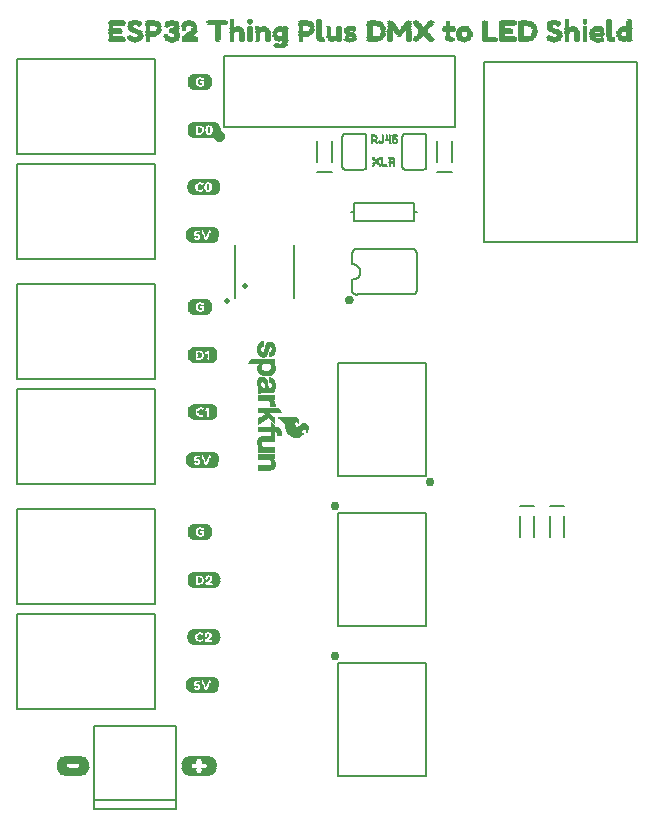
<source format=gto>
G75*
%MOIN*%
%OFA0B0*%
%FSLAX25Y25*%
%IPPOS*%
%LPD*%
%AMOC8*
5,1,8,0,0,1.08239X$1,22.5*
%
%ADD10C,0.00800*%
%ADD11C,0.03000*%
%ADD12C,0.00010*%
%ADD13C,0.00500*%
%ADD14C,0.01969*%
%ADD15C,0.00600*%
%ADD16C,0.02000*%
%ADD17R,0.01102X0.00276*%
%ADD18R,0.01378X0.00276*%
%ADD19R,0.04409X0.00276*%
%ADD20R,0.01929X0.00276*%
%ADD21R,0.02480X0.00276*%
%ADD22R,0.01654X0.00276*%
%ADD23R,0.06063X0.00276*%
%ADD24R,0.05512X0.00315*%
%ADD25R,0.03307X0.00315*%
%ADD26R,0.04134X0.00315*%
%ADD27R,0.03031X0.00315*%
%ADD28R,0.06890X0.00315*%
%ADD29R,0.01654X0.00315*%
%ADD30R,0.01929X0.00315*%
%ADD31R,0.05512X0.00276*%
%ADD32R,0.03858X0.00276*%
%ADD33R,0.04685X0.00276*%
%ADD34R,0.03583X0.00276*%
%ADD35R,0.07165X0.00276*%
%ADD36R,0.05787X0.00236*%
%ADD37R,0.04409X0.00236*%
%ADD38R,0.04961X0.00236*%
%ADD39R,0.04134X0.00236*%
%ADD40R,0.07165X0.00236*%
%ADD41R,0.01654X0.00236*%
%ADD42R,0.01929X0.00236*%
%ADD43R,0.05787X0.00315*%
%ADD44R,0.04685X0.00315*%
%ADD45R,0.05236X0.00315*%
%ADD46R,0.04409X0.00315*%
%ADD47R,0.05236X0.00276*%
%ADD48R,0.04961X0.00276*%
%ADD49R,0.06614X0.00276*%
%ADD50R,0.00827X0.00276*%
%ADD51R,0.00827X0.00236*%
%ADD52R,0.02205X0.00236*%
%ADD53R,0.00276X0.00236*%
%ADD54R,0.01378X0.00315*%
%ADD55R,0.02480X0.00315*%
%ADD56R,0.04134X0.00276*%
%ADD57R,0.03031X0.00276*%
%ADD58R,0.03307X0.00276*%
%ADD59R,0.02205X0.00276*%
%ADD60R,0.02756X0.00276*%
%ADD61R,0.00551X0.00276*%
%ADD62R,0.03583X0.00315*%
%ADD63R,0.02205X0.00315*%
%ADD64R,0.04685X0.00236*%
%ADD65R,0.05512X0.00236*%
%ADD66R,0.02480X0.00236*%
%ADD67R,0.05787X0.00276*%
%ADD68R,0.01102X0.00236*%
%ADD69R,0.02756X0.00236*%
%ADD70R,0.05236X0.00236*%
%ADD71R,0.01378X0.00236*%
%ADD72R,0.00551X0.00236*%
%ADD73R,0.00276X0.00276*%
%ADD74R,0.03858X0.00315*%
%ADD75R,0.00551X0.00315*%
%ADD76R,0.03031X0.00236*%
%ADD77R,0.07992X0.00276*%
%ADD78R,0.03583X0.00236*%
%ADD79R,0.07165X0.00157*%
%ADD80R,0.07953X0.00118*%
%ADD81R,0.08425X0.00118*%
%ADD82R,0.08937X0.00118*%
%ADD83R,0.09213X0.00118*%
%ADD84R,0.09449X0.00157*%
%ADD85R,0.09685X0.00118*%
%ADD86R,0.04921X0.00118*%
%ADD87R,0.02283X0.00118*%
%ADD88R,0.02520X0.00118*%
%ADD89R,0.00512X0.00118*%
%ADD90R,0.02008X0.00118*%
%ADD91R,0.02362X0.00118*%
%ADD92R,0.00394X0.00118*%
%ADD93R,0.01772X0.00118*%
%ADD94R,0.02244X0.00118*%
%ADD95R,0.02520X0.00157*%
%ADD96R,0.00394X0.00157*%
%ADD97R,0.01772X0.00157*%
%ADD98R,0.02283X0.00157*%
%ADD99R,0.01496X0.00118*%
%ADD100R,0.02402X0.00118*%
%ADD101R,0.02638X0.00118*%
%ADD102R,0.00630X0.00118*%
%ADD103R,0.01378X0.00118*%
%ADD104R,0.01654X0.00118*%
%ADD105R,0.01260X0.00118*%
%ADD106R,0.02756X0.00157*%
%ADD107R,0.01142X0.00157*%
%ADD108R,0.02913X0.00157*%
%ADD109R,0.02756X0.00118*%
%ADD110R,0.01024X0.00118*%
%ADD111R,0.02913X0.00118*%
%ADD112R,0.03031X0.00118*%
%ADD113R,0.01142X0.00118*%
%ADD114R,0.00748X0.00118*%
%ADD115R,0.00984X0.00118*%
%ADD116R,0.03150X0.00118*%
%ADD117R,0.02638X0.00157*%
%ADD118R,0.00984X0.00157*%
%ADD119R,0.00512X0.00157*%
%ADD120R,0.03150X0.00157*%
%ADD121R,0.03268X0.00118*%
%ADD122R,0.00236X0.00118*%
%ADD123R,0.02874X0.00118*%
%ADD124R,0.03386X0.00118*%
%ADD125R,0.03898X0.00118*%
%ADD126R,0.04016X0.00157*%
%ADD127R,0.03543X0.00157*%
%ADD128R,0.00866X0.00118*%
%ADD129R,0.03425X0.00118*%
%ADD130R,0.03543X0.00118*%
%ADD131R,0.02402X0.00157*%
%ADD132R,0.01614X0.00157*%
%ADD133R,0.03504X0.00118*%
%ADD134R,0.01890X0.00118*%
%ADD135R,0.07205X0.00157*%
%ADD136R,0.07913X0.00118*%
%ADD137R,0.08465X0.00118*%
%ADD138R,0.09173X0.00118*%
%ADD139R,0.09724X0.00118*%
%ADD140R,0.03661X0.00118*%
%ADD141R,0.02126X0.00118*%
%ADD142R,0.01417X0.00118*%
%ADD143R,0.03031X0.00157*%
%ADD144R,0.00748X0.00157*%
%ADD145R,0.02795X0.00118*%
%ADD146R,0.02677X0.00118*%
%ADD147R,0.02795X0.00157*%
%ADD148R,0.01260X0.00157*%
%ADD149R,0.00630X0.00157*%
%ADD150R,0.02165X0.00118*%
%ADD151R,0.02677X0.00157*%
%ADD152R,0.02165X0.00157*%
%ADD153R,0.02874X0.00157*%
%ADD154R,0.01102X0.00118*%
%ADD155R,0.01535X0.00118*%
%ADD156R,0.06299X0.00118*%
%ADD157R,0.01024X0.00157*%
%ADD158R,0.00906X0.00118*%
%ADD159R,0.00276X0.00118*%
%ADD160R,0.00276X0.00157*%
%ADD161R,0.00906X0.00157*%
%ADD162R,0.01102X0.00157*%
%ADD163R,0.04409X0.00157*%
%ADD164R,0.05157X0.00118*%
%ADD165R,0.05669X0.00118*%
%ADD166R,0.06181X0.00118*%
%ADD167R,0.06417X0.00118*%
%ADD168R,0.06654X0.00157*%
%ADD169R,0.06929X0.00118*%
%ADD170R,0.04567X0.00157*%
%ADD171R,0.04685X0.00118*%
%ADD172R,0.06142X0.00157*%
%ADD173R,0.07402X0.00118*%
%ADD174R,0.08189X0.00118*%
%ADD175R,0.08425X0.00157*%
%ADD176R,0.08661X0.00118*%
%ADD177R,0.02047X0.00118*%
%ADD178R,0.03307X0.00118*%
%ADD179R,0.06457X0.00157*%
%ADD180R,0.07165X0.00118*%
%ADD181R,0.07717X0.00118*%
%ADD182R,0.08661X0.00157*%
%ADD183R,0.08976X0.00118*%
%ADD184R,0.01535X0.00157*%
%ADD185R,0.00118X0.00118*%
%ADD186R,0.01378X0.00157*%
%ADD187R,0.01496X0.00157*%
%ADD188R,0.00866X0.00157*%
%ADD189R,0.03661X0.00157*%
%ADD190R,0.03425X0.00157*%
%ADD191R,0.02362X0.00157*%
%ADD192R,0.01654X0.00157*%
%ADD193R,0.03268X0.00157*%
%ADD194C,0.00300*%
%ADD195R,0.07087X0.00157*%
%ADD196R,0.07717X0.00157*%
%ADD197R,0.08346X0.00157*%
%ADD198R,0.08976X0.00157*%
%ADD199R,0.09291X0.00157*%
%ADD200R,0.09606X0.00157*%
%ADD201R,0.09921X0.00157*%
%ADD202R,0.10236X0.00157*%
%ADD203R,0.10551X0.00157*%
%ADD204R,0.03622X0.00157*%
%ADD205R,0.03465X0.00157*%
%ADD206R,0.03780X0.00157*%
%ADD207R,0.10866X0.00157*%
%ADD208R,0.08031X0.00157*%
%ADD209R,0.04724X0.00157*%
%ADD210R,0.04882X0.00157*%
%ADD211R,0.05039X0.00157*%
%ADD212R,0.00787X0.00118*%
%ADD213R,0.00787X0.00157*%
%ADD214R,0.02126X0.00157*%
%ADD215R,0.00118X0.00157*%
%ADD216R,0.01614X0.00118*%
%ADD217R,0.02008X0.00157*%
D10*
X0095774Y0069252D02*
X0141837Y0069252D01*
X0141837Y0100748D01*
X0095774Y0100748D01*
X0095774Y0092874D01*
X0095774Y0069252D01*
X0121444Y0063386D02*
X0121444Y0038976D01*
X0149003Y0038976D01*
X0149003Y0035827D01*
X0121444Y0035827D01*
X0121444Y0038976D01*
X0149003Y0038976D02*
X0149003Y0063386D01*
X0121444Y0063386D01*
X0141837Y0104252D02*
X0095774Y0104252D01*
X0095774Y0127874D01*
X0095774Y0135748D01*
X0141837Y0135748D01*
X0141837Y0104252D01*
X0141837Y0144252D02*
X0095774Y0144252D01*
X0095774Y0167874D01*
X0095774Y0175748D01*
X0141837Y0175748D01*
X0141837Y0144252D01*
X0141837Y0179252D02*
X0095774Y0179252D01*
X0095774Y0202874D01*
X0095774Y0210748D01*
X0141837Y0210748D01*
X0141837Y0179252D01*
X0141837Y0219252D02*
X0095774Y0219252D01*
X0095774Y0242874D01*
X0095774Y0250748D01*
X0141837Y0250748D01*
X0141837Y0219252D01*
X0141837Y0254252D02*
X0095774Y0254252D01*
X0095774Y0277874D01*
X0095774Y0285748D01*
X0141837Y0285748D01*
X0141837Y0254252D01*
X0195873Y0251457D02*
X0195873Y0258543D01*
X0200794Y0258543D02*
X0200794Y0251457D01*
X0200794Y0248031D02*
X0195873Y0248031D01*
X0208333Y0238000D02*
X0208333Y0235000D01*
X0207333Y0235000D01*
X0208333Y0235000D02*
X0208333Y0232000D01*
X0228333Y0232000D01*
X0228333Y0235000D01*
X0229333Y0235000D01*
X0228333Y0235000D02*
X0228333Y0238000D01*
X0208333Y0238000D01*
X0209133Y0222663D02*
X0227533Y0222663D01*
X0227534Y0222663D02*
X0227610Y0222661D01*
X0227685Y0222655D01*
X0227761Y0222646D01*
X0227836Y0222632D01*
X0227910Y0222615D01*
X0227983Y0222594D01*
X0228055Y0222570D01*
X0228125Y0222542D01*
X0228194Y0222510D01*
X0228262Y0222475D01*
X0228327Y0222436D01*
X0228391Y0222394D01*
X0228452Y0222349D01*
X0228511Y0222301D01*
X0228567Y0222250D01*
X0228621Y0222196D01*
X0228672Y0222140D01*
X0228720Y0222081D01*
X0228765Y0222020D01*
X0228807Y0221956D01*
X0228846Y0221891D01*
X0228881Y0221823D01*
X0228913Y0221754D01*
X0228941Y0221684D01*
X0228965Y0221612D01*
X0228986Y0221539D01*
X0229003Y0221465D01*
X0229017Y0221390D01*
X0229026Y0221314D01*
X0229032Y0221239D01*
X0229034Y0221163D01*
X0229033Y0221163D02*
X0229033Y0208837D01*
X0229033Y0208838D02*
X0229042Y0208767D01*
X0229047Y0208696D01*
X0229048Y0208624D01*
X0229045Y0208553D01*
X0229038Y0208482D01*
X0229028Y0208411D01*
X0229014Y0208342D01*
X0228995Y0208272D01*
X0228974Y0208204D01*
X0228948Y0208138D01*
X0228919Y0208073D01*
X0228887Y0208009D01*
X0228851Y0207947D01*
X0228812Y0207888D01*
X0228769Y0207830D01*
X0228724Y0207775D01*
X0228675Y0207723D01*
X0228624Y0207673D01*
X0228571Y0207626D01*
X0228514Y0207582D01*
X0228456Y0207541D01*
X0228395Y0207503D01*
X0228333Y0207469D01*
X0228268Y0207438D01*
X0228202Y0207411D01*
X0228135Y0207387D01*
X0228067Y0207367D01*
X0227997Y0207350D01*
X0227927Y0207338D01*
X0227927Y0207337D02*
X0209133Y0207337D01*
X0209133Y0207338D02*
X0209063Y0207329D01*
X0208991Y0207324D01*
X0208920Y0207323D01*
X0208849Y0207326D01*
X0208778Y0207333D01*
X0208707Y0207343D01*
X0208637Y0207357D01*
X0208568Y0207375D01*
X0208500Y0207397D01*
X0208433Y0207423D01*
X0208368Y0207452D01*
X0208305Y0207484D01*
X0208243Y0207520D01*
X0208183Y0207559D01*
X0208126Y0207602D01*
X0208071Y0207647D01*
X0208018Y0207695D01*
X0207968Y0207747D01*
X0207921Y0207800D01*
X0207877Y0207856D01*
X0207837Y0207915D01*
X0207799Y0207976D01*
X0207765Y0208038D01*
X0207734Y0208102D01*
X0207706Y0208168D01*
X0207683Y0208236D01*
X0207663Y0208304D01*
X0207646Y0208374D01*
X0207634Y0208444D01*
X0207633Y0208444D02*
X0207633Y0212400D01*
X0207833Y0212400D02*
X0207931Y0212402D01*
X0208029Y0212408D01*
X0208127Y0212417D01*
X0208224Y0212431D01*
X0208321Y0212448D01*
X0208417Y0212469D01*
X0208512Y0212494D01*
X0208606Y0212522D01*
X0208698Y0212555D01*
X0208790Y0212590D01*
X0208880Y0212630D01*
X0208968Y0212672D01*
X0209055Y0212719D01*
X0209139Y0212768D01*
X0209222Y0212821D01*
X0209302Y0212877D01*
X0209381Y0212937D01*
X0209457Y0212999D01*
X0209530Y0213064D01*
X0209601Y0213132D01*
X0209669Y0213203D01*
X0209734Y0213276D01*
X0209796Y0213352D01*
X0209856Y0213431D01*
X0209912Y0213511D01*
X0209965Y0213594D01*
X0210014Y0213678D01*
X0210061Y0213765D01*
X0210103Y0213853D01*
X0210143Y0213943D01*
X0210178Y0214035D01*
X0210211Y0214127D01*
X0210239Y0214221D01*
X0210264Y0214316D01*
X0210285Y0214412D01*
X0210302Y0214509D01*
X0210316Y0214606D01*
X0210325Y0214704D01*
X0210331Y0214802D01*
X0210333Y0214900D01*
X0210331Y0214998D01*
X0210325Y0215096D01*
X0210316Y0215194D01*
X0210302Y0215291D01*
X0210285Y0215388D01*
X0210264Y0215484D01*
X0210239Y0215579D01*
X0210211Y0215673D01*
X0210178Y0215765D01*
X0210143Y0215857D01*
X0210103Y0215947D01*
X0210061Y0216035D01*
X0210014Y0216122D01*
X0209965Y0216206D01*
X0209912Y0216289D01*
X0209856Y0216369D01*
X0209796Y0216448D01*
X0209734Y0216524D01*
X0209669Y0216597D01*
X0209601Y0216668D01*
X0209530Y0216736D01*
X0209457Y0216801D01*
X0209381Y0216863D01*
X0209302Y0216923D01*
X0209222Y0216979D01*
X0209139Y0217032D01*
X0209055Y0217081D01*
X0208968Y0217128D01*
X0208880Y0217170D01*
X0208790Y0217210D01*
X0208698Y0217245D01*
X0208606Y0217278D01*
X0208512Y0217306D01*
X0208417Y0217331D01*
X0208321Y0217352D01*
X0208224Y0217369D01*
X0208127Y0217383D01*
X0208029Y0217392D01*
X0207931Y0217398D01*
X0207833Y0217400D01*
X0207633Y0217400D02*
X0207633Y0220719D01*
X0207633Y0220769D02*
X0207626Y0220850D01*
X0207622Y0220931D01*
X0207623Y0221012D01*
X0207627Y0221094D01*
X0207635Y0221174D01*
X0207647Y0221255D01*
X0207662Y0221335D01*
X0207682Y0221414D01*
X0207705Y0221492D01*
X0207732Y0221568D01*
X0207762Y0221644D01*
X0207796Y0221718D01*
X0207834Y0221790D01*
X0207875Y0221860D01*
X0207919Y0221928D01*
X0207966Y0221994D01*
X0208017Y0222058D01*
X0208070Y0222119D01*
X0208127Y0222178D01*
X0208186Y0222234D01*
X0208247Y0222287D01*
X0208311Y0222337D01*
X0208378Y0222384D01*
X0208446Y0222428D01*
X0208517Y0222468D01*
X0208589Y0222505D01*
X0208663Y0222539D01*
X0208739Y0222568D01*
X0208816Y0222595D01*
X0208894Y0222617D01*
X0208973Y0222636D01*
X0209053Y0222651D01*
X0209134Y0222663D01*
X0235873Y0248031D02*
X0240794Y0248031D01*
X0240794Y0251457D02*
X0240794Y0258543D01*
X0235873Y0258543D02*
X0235873Y0251457D01*
X0251463Y0225000D02*
X0302644Y0225000D01*
X0302644Y0285000D01*
X0251463Y0285000D01*
X0251463Y0225000D01*
X0232333Y0184500D02*
X0202833Y0184500D01*
X0202833Y0147000D01*
X0232333Y0147000D01*
X0232333Y0184500D01*
X0263373Y0136969D02*
X0268294Y0136969D01*
X0268294Y0133543D02*
X0268294Y0126457D01*
X0263373Y0126457D02*
X0263373Y0133543D01*
X0273373Y0133543D02*
X0273373Y0126457D01*
X0278294Y0126457D02*
X0278294Y0133543D01*
X0278294Y0136969D02*
X0273373Y0136969D01*
X0232333Y0134500D02*
X0202833Y0134500D01*
X0202833Y0097000D01*
X0232333Y0097000D01*
X0232333Y0134500D01*
X0232333Y0084500D02*
X0202833Y0084500D01*
X0202833Y0047000D01*
X0232333Y0047000D01*
X0232333Y0084500D01*
D11*
X0201715Y0086803D03*
X0201715Y0136803D03*
X0233451Y0144697D03*
D12*
X0207001Y0204499D02*
X0207238Y0204648D01*
X0207436Y0204846D01*
X0207585Y0205083D01*
X0207677Y0205347D01*
X0207708Y0205625D01*
X0207677Y0205903D01*
X0207585Y0206167D01*
X0207436Y0206404D01*
X0207238Y0206602D01*
X0207001Y0206751D01*
X0206736Y0206844D01*
X0206458Y0206875D01*
X0206180Y0206844D01*
X0205916Y0206751D01*
X0205679Y0206602D01*
X0205481Y0206404D01*
X0205332Y0206167D01*
X0205240Y0205903D01*
X0205208Y0205625D01*
X0205240Y0205347D01*
X0205332Y0205083D01*
X0205481Y0204846D01*
X0205679Y0204648D01*
X0205916Y0204499D01*
X0206180Y0204406D01*
X0206458Y0204375D01*
X0206736Y0204406D01*
X0207001Y0204499D01*
X0207004Y0204501D02*
X0205913Y0204501D01*
X0205899Y0204509D02*
X0207017Y0204509D01*
X0207031Y0204518D02*
X0205886Y0204518D01*
X0205872Y0204526D02*
X0207045Y0204526D01*
X0207058Y0204535D02*
X0205859Y0204535D01*
X0205845Y0204543D02*
X0207072Y0204543D01*
X0207085Y0204552D02*
X0205831Y0204552D01*
X0205818Y0204560D02*
X0207099Y0204560D01*
X0207112Y0204569D02*
X0205804Y0204569D01*
X0205791Y0204577D02*
X0207126Y0204577D01*
X0207139Y0204586D02*
X0205777Y0204586D01*
X0205764Y0204594D02*
X0207153Y0204594D01*
X0207167Y0204603D02*
X0205750Y0204603D01*
X0205737Y0204612D02*
X0207180Y0204612D01*
X0207194Y0204620D02*
X0205723Y0204620D01*
X0205709Y0204629D02*
X0207207Y0204629D01*
X0207221Y0204637D02*
X0205696Y0204637D01*
X0205682Y0204646D02*
X0207234Y0204646D01*
X0207244Y0204654D02*
X0205673Y0204654D01*
X0205664Y0204663D02*
X0207253Y0204663D01*
X0207261Y0204671D02*
X0205656Y0204671D01*
X0205647Y0204680D02*
X0207270Y0204680D01*
X0207278Y0204688D02*
X0205639Y0204688D01*
X0205630Y0204697D02*
X0207287Y0204697D01*
X0207295Y0204705D02*
X0205622Y0204705D01*
X0205613Y0204714D02*
X0207304Y0204714D01*
X0207312Y0204722D02*
X0205604Y0204722D01*
X0205596Y0204731D02*
X0207321Y0204731D01*
X0207329Y0204739D02*
X0205587Y0204739D01*
X0205579Y0204748D02*
X0207338Y0204748D01*
X0207346Y0204756D02*
X0205570Y0204756D01*
X0205562Y0204765D02*
X0207355Y0204765D01*
X0207363Y0204773D02*
X0205553Y0204773D01*
X0205545Y0204782D02*
X0207372Y0204782D01*
X0207380Y0204790D02*
X0205536Y0204790D01*
X0205528Y0204799D02*
X0207389Y0204799D01*
X0207397Y0204807D02*
X0205519Y0204807D01*
X0205511Y0204816D02*
X0207406Y0204816D01*
X0207414Y0204824D02*
X0205502Y0204824D01*
X0205494Y0204833D02*
X0207423Y0204833D01*
X0207431Y0204841D02*
X0205485Y0204841D01*
X0205478Y0204850D02*
X0207438Y0204850D01*
X0207444Y0204858D02*
X0205473Y0204858D01*
X0205468Y0204867D02*
X0207449Y0204867D01*
X0207454Y0204875D02*
X0205462Y0204875D01*
X0205457Y0204884D02*
X0207460Y0204884D01*
X0207465Y0204892D02*
X0205452Y0204892D01*
X0205446Y0204901D02*
X0207470Y0204901D01*
X0207476Y0204909D02*
X0205441Y0204909D01*
X0205436Y0204918D02*
X0207481Y0204918D01*
X0207486Y0204927D02*
X0205430Y0204927D01*
X0205425Y0204935D02*
X0207492Y0204935D01*
X0207497Y0204944D02*
X0205420Y0204944D01*
X0205414Y0204952D02*
X0207502Y0204952D01*
X0207508Y0204961D02*
X0205409Y0204961D01*
X0205403Y0204969D02*
X0207513Y0204969D01*
X0207519Y0204978D02*
X0205398Y0204978D01*
X0205393Y0204986D02*
X0207524Y0204986D01*
X0207529Y0204995D02*
X0205387Y0204995D01*
X0205382Y0205003D02*
X0207535Y0205003D01*
X0207540Y0205012D02*
X0205377Y0205012D01*
X0205371Y0205020D02*
X0207545Y0205020D01*
X0207551Y0205029D02*
X0205366Y0205029D01*
X0205361Y0205037D02*
X0207556Y0205037D01*
X0207561Y0205046D02*
X0205355Y0205046D01*
X0205350Y0205054D02*
X0207567Y0205054D01*
X0207572Y0205063D02*
X0205345Y0205063D01*
X0205339Y0205071D02*
X0207577Y0205071D01*
X0207583Y0205080D02*
X0205334Y0205080D01*
X0205330Y0205088D02*
X0207587Y0205088D01*
X0207589Y0205097D02*
X0205327Y0205097D01*
X0205324Y0205105D02*
X0207592Y0205105D01*
X0207595Y0205114D02*
X0205321Y0205114D01*
X0205318Y0205122D02*
X0207598Y0205122D01*
X0207601Y0205131D02*
X0205315Y0205131D01*
X0205312Y0205139D02*
X0207604Y0205139D01*
X0207607Y0205148D02*
X0205309Y0205148D01*
X0205306Y0205156D02*
X0207610Y0205156D01*
X0207613Y0205165D02*
X0205303Y0205165D01*
X0205300Y0205173D02*
X0207616Y0205173D01*
X0207619Y0205182D02*
X0205297Y0205182D01*
X0205294Y0205190D02*
X0207622Y0205190D01*
X0207625Y0205199D02*
X0205291Y0205199D01*
X0205288Y0205207D02*
X0207628Y0205207D01*
X0207631Y0205216D02*
X0205285Y0205216D01*
X0205282Y0205225D02*
X0207634Y0205225D01*
X0207637Y0205233D02*
X0205279Y0205233D01*
X0205277Y0205242D02*
X0207640Y0205242D01*
X0207643Y0205250D02*
X0205274Y0205250D01*
X0205271Y0205259D02*
X0207646Y0205259D01*
X0207649Y0205267D02*
X0205268Y0205267D01*
X0205265Y0205276D02*
X0207652Y0205276D01*
X0207655Y0205284D02*
X0205262Y0205284D01*
X0205259Y0205293D02*
X0207658Y0205293D01*
X0207661Y0205301D02*
X0205256Y0205301D01*
X0205253Y0205310D02*
X0207664Y0205310D01*
X0207667Y0205318D02*
X0205250Y0205318D01*
X0205247Y0205327D02*
X0207670Y0205327D01*
X0207673Y0205335D02*
X0205244Y0205335D01*
X0205241Y0205344D02*
X0207676Y0205344D01*
X0207678Y0205352D02*
X0205239Y0205352D01*
X0205238Y0205361D02*
X0207679Y0205361D01*
X0207680Y0205369D02*
X0205237Y0205369D01*
X0205236Y0205378D02*
X0207680Y0205378D01*
X0207681Y0205386D02*
X0205235Y0205386D01*
X0205234Y0205395D02*
X0207682Y0205395D01*
X0207683Y0205403D02*
X0205233Y0205403D01*
X0205232Y0205412D02*
X0207684Y0205412D01*
X0207685Y0205420D02*
X0205231Y0205420D01*
X0205230Y0205429D02*
X0207686Y0205429D01*
X0207687Y0205437D02*
X0205229Y0205437D01*
X0205229Y0205446D02*
X0207688Y0205446D01*
X0207689Y0205454D02*
X0205228Y0205454D01*
X0205227Y0205463D02*
X0207690Y0205463D01*
X0207691Y0205471D02*
X0205226Y0205471D01*
X0205225Y0205480D02*
X0207692Y0205480D01*
X0207693Y0205488D02*
X0205224Y0205488D01*
X0205223Y0205497D02*
X0207694Y0205497D01*
X0207695Y0205505D02*
X0205222Y0205505D01*
X0205221Y0205514D02*
X0207696Y0205514D01*
X0207697Y0205522D02*
X0205220Y0205522D01*
X0205219Y0205531D02*
X0207698Y0205531D01*
X0207699Y0205540D02*
X0205218Y0205540D01*
X0205217Y0205548D02*
X0207700Y0205548D01*
X0207701Y0205557D02*
X0205216Y0205557D01*
X0205215Y0205565D02*
X0207702Y0205565D01*
X0207703Y0205574D02*
X0205214Y0205574D01*
X0205213Y0205582D02*
X0207703Y0205582D01*
X0207704Y0205591D02*
X0205212Y0205591D01*
X0205211Y0205599D02*
X0207705Y0205599D01*
X0207706Y0205608D02*
X0205210Y0205608D01*
X0205209Y0205616D02*
X0207707Y0205616D01*
X0207708Y0205625D02*
X0205208Y0205625D01*
X0205209Y0205633D02*
X0207707Y0205633D01*
X0207706Y0205642D02*
X0205210Y0205642D01*
X0205211Y0205650D02*
X0207705Y0205650D01*
X0207705Y0205659D02*
X0205212Y0205659D01*
X0205213Y0205667D02*
X0207704Y0205667D01*
X0207703Y0205676D02*
X0205214Y0205676D01*
X0205215Y0205684D02*
X0207702Y0205684D01*
X0207701Y0205693D02*
X0205216Y0205693D01*
X0205217Y0205701D02*
X0207700Y0205701D01*
X0207699Y0205710D02*
X0205218Y0205710D01*
X0205219Y0205718D02*
X0207698Y0205718D01*
X0207697Y0205727D02*
X0205220Y0205727D01*
X0205221Y0205735D02*
X0207696Y0205735D01*
X0207695Y0205744D02*
X0205222Y0205744D01*
X0205223Y0205752D02*
X0207694Y0205752D01*
X0207693Y0205761D02*
X0205224Y0205761D01*
X0205225Y0205769D02*
X0207692Y0205769D01*
X0207691Y0205778D02*
X0205226Y0205778D01*
X0205227Y0205786D02*
X0207690Y0205786D01*
X0207689Y0205795D02*
X0205227Y0205795D01*
X0205228Y0205803D02*
X0207688Y0205803D01*
X0207687Y0205812D02*
X0205229Y0205812D01*
X0205230Y0205820D02*
X0207686Y0205820D01*
X0207685Y0205829D02*
X0205231Y0205829D01*
X0205232Y0205837D02*
X0207684Y0205837D01*
X0207683Y0205846D02*
X0205233Y0205846D01*
X0205234Y0205855D02*
X0207682Y0205855D01*
X0207682Y0205863D02*
X0205235Y0205863D01*
X0205236Y0205872D02*
X0207681Y0205872D01*
X0207680Y0205880D02*
X0205237Y0205880D01*
X0205238Y0205889D02*
X0207679Y0205889D01*
X0207678Y0205897D02*
X0205239Y0205897D01*
X0205241Y0205906D02*
X0207676Y0205906D01*
X0207673Y0205914D02*
X0205244Y0205914D01*
X0205246Y0205923D02*
X0207670Y0205923D01*
X0207667Y0205931D02*
X0205249Y0205931D01*
X0205252Y0205940D02*
X0207664Y0205940D01*
X0207661Y0205948D02*
X0205255Y0205948D01*
X0205258Y0205957D02*
X0207658Y0205957D01*
X0207655Y0205965D02*
X0205261Y0205965D01*
X0205264Y0205974D02*
X0207652Y0205974D01*
X0207649Y0205982D02*
X0205267Y0205982D01*
X0205270Y0205991D02*
X0207646Y0205991D01*
X0207643Y0205999D02*
X0205273Y0205999D01*
X0205276Y0206008D02*
X0207640Y0206008D01*
X0207637Y0206016D02*
X0205279Y0206016D01*
X0205282Y0206025D02*
X0207634Y0206025D01*
X0207631Y0206033D02*
X0205285Y0206033D01*
X0205288Y0206042D02*
X0207628Y0206042D01*
X0207625Y0206050D02*
X0205291Y0206050D01*
X0205294Y0206059D02*
X0207623Y0206059D01*
X0207620Y0206067D02*
X0205297Y0206067D01*
X0205300Y0206076D02*
X0207617Y0206076D01*
X0207614Y0206084D02*
X0205303Y0206084D01*
X0205306Y0206093D02*
X0207611Y0206093D01*
X0207608Y0206101D02*
X0205309Y0206101D01*
X0205312Y0206110D02*
X0207605Y0206110D01*
X0207602Y0206118D02*
X0205315Y0206118D01*
X0205318Y0206127D02*
X0207599Y0206127D01*
X0207596Y0206135D02*
X0205321Y0206135D01*
X0205324Y0206144D02*
X0207593Y0206144D01*
X0207590Y0206153D02*
X0205327Y0206153D01*
X0205330Y0206161D02*
X0207587Y0206161D01*
X0207583Y0206170D02*
X0205334Y0206170D01*
X0205339Y0206178D02*
X0207578Y0206178D01*
X0207572Y0206187D02*
X0205344Y0206187D01*
X0205350Y0206195D02*
X0207567Y0206195D01*
X0207562Y0206204D02*
X0205355Y0206204D01*
X0205360Y0206212D02*
X0207556Y0206212D01*
X0207551Y0206221D02*
X0205366Y0206221D01*
X0205371Y0206229D02*
X0207546Y0206229D01*
X0207540Y0206238D02*
X0205376Y0206238D01*
X0205382Y0206246D02*
X0207535Y0206246D01*
X0207530Y0206255D02*
X0205387Y0206255D01*
X0205392Y0206263D02*
X0207524Y0206263D01*
X0207519Y0206272D02*
X0205398Y0206272D01*
X0205403Y0206280D02*
X0207514Y0206280D01*
X0207508Y0206289D02*
X0205408Y0206289D01*
X0205414Y0206297D02*
X0207503Y0206297D01*
X0207498Y0206306D02*
X0205419Y0206306D01*
X0205424Y0206314D02*
X0207492Y0206314D01*
X0207487Y0206323D02*
X0205430Y0206323D01*
X0205435Y0206331D02*
X0207482Y0206331D01*
X0207476Y0206340D02*
X0205440Y0206340D01*
X0205446Y0206348D02*
X0207471Y0206348D01*
X0207465Y0206357D02*
X0205451Y0206357D01*
X0205457Y0206365D02*
X0207460Y0206365D01*
X0207455Y0206374D02*
X0205462Y0206374D01*
X0205467Y0206382D02*
X0207449Y0206382D01*
X0207444Y0206391D02*
X0205473Y0206391D01*
X0205478Y0206399D02*
X0207439Y0206399D01*
X0207432Y0206408D02*
X0205485Y0206408D01*
X0205493Y0206416D02*
X0207424Y0206416D01*
X0207415Y0206425D02*
X0205502Y0206425D01*
X0205510Y0206433D02*
X0207407Y0206433D01*
X0207398Y0206442D02*
X0205519Y0206442D01*
X0205527Y0206450D02*
X0207389Y0206450D01*
X0207381Y0206459D02*
X0205536Y0206459D01*
X0205544Y0206468D02*
X0207372Y0206468D01*
X0207364Y0206476D02*
X0205553Y0206476D01*
X0205561Y0206485D02*
X0207355Y0206485D01*
X0207347Y0206493D02*
X0205570Y0206493D01*
X0205578Y0206502D02*
X0207338Y0206502D01*
X0207330Y0206510D02*
X0205587Y0206510D01*
X0205595Y0206519D02*
X0207321Y0206519D01*
X0207313Y0206527D02*
X0205604Y0206527D01*
X0205612Y0206536D02*
X0207304Y0206536D01*
X0207296Y0206544D02*
X0205621Y0206544D01*
X0205629Y0206553D02*
X0207287Y0206553D01*
X0207279Y0206561D02*
X0205638Y0206561D01*
X0205646Y0206570D02*
X0207270Y0206570D01*
X0207262Y0206578D02*
X0205655Y0206578D01*
X0205663Y0206587D02*
X0207253Y0206587D01*
X0207245Y0206595D02*
X0205672Y0206595D01*
X0205681Y0206604D02*
X0207235Y0206604D01*
X0207222Y0206612D02*
X0205695Y0206612D01*
X0205708Y0206621D02*
X0207208Y0206621D01*
X0207195Y0206629D02*
X0205722Y0206629D01*
X0205735Y0206638D02*
X0207181Y0206638D01*
X0207168Y0206646D02*
X0205749Y0206646D01*
X0205763Y0206655D02*
X0207154Y0206655D01*
X0207141Y0206663D02*
X0205776Y0206663D01*
X0205790Y0206672D02*
X0207127Y0206672D01*
X0207113Y0206680D02*
X0205803Y0206680D01*
X0205817Y0206689D02*
X0207100Y0206689D01*
X0207086Y0206697D02*
X0205830Y0206697D01*
X0205844Y0206706D02*
X0207073Y0206706D01*
X0207059Y0206714D02*
X0205857Y0206714D01*
X0205871Y0206723D02*
X0207046Y0206723D01*
X0207032Y0206731D02*
X0205885Y0206731D01*
X0205898Y0206740D02*
X0207019Y0206740D01*
X0207005Y0206748D02*
X0205912Y0206748D01*
X0205933Y0206757D02*
X0206984Y0206757D01*
X0206960Y0206766D02*
X0205957Y0206766D01*
X0205981Y0206774D02*
X0206936Y0206774D01*
X0206911Y0206783D02*
X0206005Y0206783D01*
X0206030Y0206791D02*
X0206887Y0206791D01*
X0206863Y0206800D02*
X0206054Y0206800D01*
X0206078Y0206808D02*
X0206838Y0206808D01*
X0206814Y0206817D02*
X0206103Y0206817D01*
X0206127Y0206825D02*
X0206790Y0206825D01*
X0206765Y0206834D02*
X0206151Y0206834D01*
X0206176Y0206842D02*
X0206741Y0206842D01*
X0206675Y0206851D02*
X0206242Y0206851D01*
X0206318Y0206859D02*
X0206599Y0206859D01*
X0206523Y0206868D02*
X0206393Y0206868D01*
X0205934Y0204492D02*
X0206982Y0204492D01*
X0206958Y0204484D02*
X0205959Y0204484D01*
X0205983Y0204475D02*
X0206934Y0204475D01*
X0206909Y0204467D02*
X0206007Y0204467D01*
X0206032Y0204458D02*
X0206885Y0204458D01*
X0206861Y0204450D02*
X0206056Y0204450D01*
X0206080Y0204441D02*
X0206836Y0204441D01*
X0206812Y0204433D02*
X0206105Y0204433D01*
X0206129Y0204424D02*
X0206788Y0204424D01*
X0206763Y0204416D02*
X0206153Y0204416D01*
X0206178Y0204407D02*
X0206739Y0204407D01*
X0206668Y0204399D02*
X0206248Y0204399D01*
X0206324Y0204390D02*
X0206593Y0204390D01*
X0206517Y0204382D02*
X0206399Y0204382D01*
D13*
X0241916Y0263189D02*
X0164751Y0263189D01*
X0164751Y0286811D01*
X0241916Y0286811D01*
X0241916Y0263189D01*
D14*
X0162546Y0260000D02*
X0162548Y0260056D01*
X0162554Y0260111D01*
X0162564Y0260165D01*
X0162577Y0260219D01*
X0162595Y0260272D01*
X0162616Y0260323D01*
X0162640Y0260373D01*
X0162668Y0260421D01*
X0162700Y0260467D01*
X0162734Y0260511D01*
X0162772Y0260552D01*
X0162812Y0260590D01*
X0162855Y0260625D01*
X0162900Y0260657D01*
X0162948Y0260686D01*
X0162997Y0260712D01*
X0163048Y0260734D01*
X0163100Y0260752D01*
X0163154Y0260766D01*
X0163209Y0260777D01*
X0163264Y0260784D01*
X0163319Y0260787D01*
X0163375Y0260786D01*
X0163430Y0260781D01*
X0163485Y0260772D01*
X0163539Y0260760D01*
X0163592Y0260743D01*
X0163644Y0260723D01*
X0163694Y0260699D01*
X0163742Y0260672D01*
X0163789Y0260642D01*
X0163833Y0260608D01*
X0163875Y0260571D01*
X0163913Y0260531D01*
X0163950Y0260489D01*
X0163983Y0260444D01*
X0164012Y0260398D01*
X0164039Y0260349D01*
X0164061Y0260298D01*
X0164081Y0260246D01*
X0164096Y0260192D01*
X0164108Y0260138D01*
X0164116Y0260083D01*
X0164120Y0260028D01*
X0164120Y0259972D01*
X0164116Y0259917D01*
X0164108Y0259862D01*
X0164096Y0259808D01*
X0164081Y0259754D01*
X0164061Y0259702D01*
X0164039Y0259651D01*
X0164012Y0259602D01*
X0163983Y0259556D01*
X0163950Y0259511D01*
X0163913Y0259469D01*
X0163875Y0259429D01*
X0163833Y0259392D01*
X0163789Y0259358D01*
X0163742Y0259328D01*
X0163694Y0259301D01*
X0163644Y0259277D01*
X0163592Y0259257D01*
X0163539Y0259240D01*
X0163485Y0259228D01*
X0163430Y0259219D01*
X0163375Y0259214D01*
X0163319Y0259213D01*
X0163264Y0259216D01*
X0163209Y0259223D01*
X0163154Y0259234D01*
X0163100Y0259248D01*
X0163048Y0259266D01*
X0162997Y0259288D01*
X0162948Y0259314D01*
X0162900Y0259343D01*
X0162855Y0259375D01*
X0162812Y0259410D01*
X0162772Y0259448D01*
X0162734Y0259489D01*
X0162700Y0259533D01*
X0162668Y0259579D01*
X0162640Y0259627D01*
X0162616Y0259677D01*
X0162595Y0259728D01*
X0162577Y0259781D01*
X0162564Y0259835D01*
X0162554Y0259889D01*
X0162548Y0259944D01*
X0162546Y0260000D01*
D15*
X0204333Y0260000D02*
X0204333Y0250000D01*
X0204335Y0249940D01*
X0204340Y0249879D01*
X0204349Y0249820D01*
X0204362Y0249761D01*
X0204378Y0249702D01*
X0204398Y0249645D01*
X0204421Y0249590D01*
X0204448Y0249535D01*
X0204477Y0249483D01*
X0204510Y0249432D01*
X0204546Y0249383D01*
X0204584Y0249337D01*
X0204626Y0249293D01*
X0204670Y0249251D01*
X0204716Y0249213D01*
X0204765Y0249177D01*
X0204816Y0249144D01*
X0204868Y0249115D01*
X0204923Y0249088D01*
X0204978Y0249065D01*
X0205035Y0249045D01*
X0205094Y0249029D01*
X0205153Y0249016D01*
X0205212Y0249007D01*
X0205273Y0249002D01*
X0205333Y0249000D01*
X0211333Y0249000D01*
X0211393Y0249002D01*
X0211454Y0249007D01*
X0211513Y0249016D01*
X0211572Y0249029D01*
X0211631Y0249045D01*
X0211688Y0249065D01*
X0211743Y0249088D01*
X0211798Y0249115D01*
X0211850Y0249144D01*
X0211901Y0249177D01*
X0211950Y0249213D01*
X0211996Y0249251D01*
X0212040Y0249293D01*
X0212082Y0249337D01*
X0212120Y0249383D01*
X0212156Y0249432D01*
X0212189Y0249483D01*
X0212218Y0249535D01*
X0212245Y0249590D01*
X0212268Y0249645D01*
X0212288Y0249702D01*
X0212304Y0249761D01*
X0212317Y0249820D01*
X0212326Y0249879D01*
X0212331Y0249940D01*
X0212333Y0250000D01*
X0212333Y0260000D01*
X0212331Y0260060D01*
X0212326Y0260121D01*
X0212317Y0260180D01*
X0212304Y0260239D01*
X0212288Y0260298D01*
X0212268Y0260355D01*
X0212245Y0260410D01*
X0212218Y0260465D01*
X0212189Y0260517D01*
X0212156Y0260568D01*
X0212120Y0260617D01*
X0212082Y0260663D01*
X0212040Y0260707D01*
X0211996Y0260749D01*
X0211950Y0260787D01*
X0211901Y0260823D01*
X0211850Y0260856D01*
X0211798Y0260885D01*
X0211743Y0260912D01*
X0211688Y0260935D01*
X0211631Y0260955D01*
X0211572Y0260971D01*
X0211513Y0260984D01*
X0211454Y0260993D01*
X0211393Y0260998D01*
X0211333Y0261000D01*
X0205333Y0261000D01*
X0205273Y0260998D01*
X0205212Y0260993D01*
X0205153Y0260984D01*
X0205094Y0260971D01*
X0205035Y0260955D01*
X0204978Y0260935D01*
X0204923Y0260912D01*
X0204868Y0260885D01*
X0204816Y0260856D01*
X0204765Y0260823D01*
X0204716Y0260787D01*
X0204670Y0260749D01*
X0204626Y0260707D01*
X0204584Y0260663D01*
X0204546Y0260617D01*
X0204510Y0260568D01*
X0204477Y0260517D01*
X0204448Y0260465D01*
X0204421Y0260410D01*
X0204398Y0260355D01*
X0204378Y0260298D01*
X0204362Y0260239D01*
X0204349Y0260180D01*
X0204340Y0260121D01*
X0204335Y0260060D01*
X0204333Y0260000D01*
X0224333Y0260000D02*
X0224333Y0250000D01*
X0224335Y0249940D01*
X0224340Y0249879D01*
X0224349Y0249820D01*
X0224362Y0249761D01*
X0224378Y0249702D01*
X0224398Y0249645D01*
X0224421Y0249590D01*
X0224448Y0249535D01*
X0224477Y0249483D01*
X0224510Y0249432D01*
X0224546Y0249383D01*
X0224584Y0249337D01*
X0224626Y0249293D01*
X0224670Y0249251D01*
X0224716Y0249213D01*
X0224765Y0249177D01*
X0224816Y0249144D01*
X0224868Y0249115D01*
X0224923Y0249088D01*
X0224978Y0249065D01*
X0225035Y0249045D01*
X0225094Y0249029D01*
X0225153Y0249016D01*
X0225212Y0249007D01*
X0225273Y0249002D01*
X0225333Y0249000D01*
X0231333Y0249000D01*
X0231393Y0249002D01*
X0231454Y0249007D01*
X0231513Y0249016D01*
X0231572Y0249029D01*
X0231631Y0249045D01*
X0231688Y0249065D01*
X0231743Y0249088D01*
X0231798Y0249115D01*
X0231850Y0249144D01*
X0231901Y0249177D01*
X0231950Y0249213D01*
X0231996Y0249251D01*
X0232040Y0249293D01*
X0232082Y0249337D01*
X0232120Y0249383D01*
X0232156Y0249432D01*
X0232189Y0249483D01*
X0232218Y0249535D01*
X0232245Y0249590D01*
X0232268Y0249645D01*
X0232288Y0249702D01*
X0232304Y0249761D01*
X0232317Y0249820D01*
X0232326Y0249879D01*
X0232331Y0249940D01*
X0232333Y0250000D01*
X0232333Y0260000D01*
X0232331Y0260060D01*
X0232326Y0260121D01*
X0232317Y0260180D01*
X0232304Y0260239D01*
X0232288Y0260298D01*
X0232268Y0260355D01*
X0232245Y0260410D01*
X0232218Y0260465D01*
X0232189Y0260517D01*
X0232156Y0260568D01*
X0232120Y0260617D01*
X0232082Y0260663D01*
X0232040Y0260707D01*
X0231996Y0260749D01*
X0231950Y0260787D01*
X0231901Y0260823D01*
X0231850Y0260856D01*
X0231798Y0260885D01*
X0231743Y0260912D01*
X0231688Y0260935D01*
X0231631Y0260955D01*
X0231572Y0260971D01*
X0231513Y0260984D01*
X0231454Y0260993D01*
X0231393Y0260998D01*
X0231333Y0261000D01*
X0225333Y0261000D01*
X0225273Y0260998D01*
X0225212Y0260993D01*
X0225153Y0260984D01*
X0225094Y0260971D01*
X0225035Y0260955D01*
X0224978Y0260935D01*
X0224923Y0260912D01*
X0224868Y0260885D01*
X0224816Y0260856D01*
X0224765Y0260823D01*
X0224716Y0260787D01*
X0224670Y0260749D01*
X0224626Y0260707D01*
X0224584Y0260663D01*
X0224546Y0260617D01*
X0224510Y0260568D01*
X0224477Y0260517D01*
X0224448Y0260465D01*
X0224421Y0260410D01*
X0224398Y0260355D01*
X0224378Y0260298D01*
X0224362Y0260239D01*
X0224349Y0260180D01*
X0224340Y0260121D01*
X0224335Y0260060D01*
X0224333Y0260000D01*
X0188233Y0223987D02*
X0188233Y0206013D01*
X0168433Y0206013D02*
X0168433Y0223987D01*
D16*
X0171933Y0210200D03*
X0165833Y0205200D03*
D17*
X0147392Y0291122D03*
X0167510Y0298878D03*
X0279140Y0298878D03*
X0285203Y0298878D03*
X0289613Y0291122D03*
D18*
X0293333Y0298878D03*
X0299948Y0298878D03*
X0223333Y0293327D03*
X0205680Y0292776D03*
X0196585Y0298878D03*
X0173436Y0298878D03*
X0145601Y0293878D03*
X0133475Y0293327D03*
D19*
X0129203Y0298602D03*
X0128652Y0295531D03*
X0128652Y0295256D03*
X0128652Y0294154D03*
X0147392Y0291949D03*
X0168888Y0295807D03*
X0177432Y0295807D03*
X0184046Y0295807D03*
X0184046Y0291949D03*
X0183770Y0290571D03*
X0183770Y0290295D03*
X0201959Y0291673D03*
X0214652Y0291673D03*
X0231463Y0293878D03*
X0239731Y0295256D03*
X0239731Y0295531D03*
X0239731Y0295807D03*
X0244967Y0295531D03*
X0258747Y0294154D03*
X0259573Y0298602D03*
X0275007Y0291949D03*
X0280518Y0295807D03*
X0289337Y0295531D03*
X0298707Y0295807D03*
X0298707Y0291949D03*
D20*
X0299948Y0293327D03*
X0299948Y0293602D03*
X0299948Y0293878D03*
X0299948Y0294154D03*
X0299948Y0296909D03*
X0299948Y0297185D03*
X0299948Y0298012D03*
X0296640Y0294154D03*
X0296640Y0293602D03*
X0296640Y0293327D03*
X0293333Y0293327D03*
X0293333Y0293602D03*
X0293333Y0293878D03*
X0293333Y0294154D03*
X0293333Y0294705D03*
X0293333Y0294980D03*
X0293333Y0295256D03*
X0293333Y0295531D03*
X0293333Y0295807D03*
X0293333Y0296083D03*
X0293333Y0296909D03*
X0293333Y0297185D03*
X0293333Y0298012D03*
X0293333Y0298602D03*
X0293333Y0293051D03*
X0287822Y0293051D03*
X0287822Y0294705D03*
X0282585Y0294154D03*
X0282585Y0293878D03*
X0282585Y0293602D03*
X0282585Y0293327D03*
X0282585Y0293051D03*
X0282585Y0292776D03*
X0282585Y0292500D03*
X0282585Y0291949D03*
X0279278Y0294154D03*
X0276798Y0293602D03*
X0276798Y0293327D03*
X0273491Y0296083D03*
X0274869Y0298602D03*
X0268530Y0295256D03*
X0268530Y0294980D03*
X0268530Y0294705D03*
X0268255Y0294154D03*
X0268255Y0293878D03*
X0268255Y0295807D03*
X0263845Y0295807D03*
X0263845Y0295531D03*
X0263845Y0295256D03*
X0263845Y0294980D03*
X0263845Y0294705D03*
X0263845Y0294154D03*
X0263845Y0293878D03*
X0263845Y0293602D03*
X0263845Y0293327D03*
X0263845Y0296083D03*
X0257507Y0296083D03*
X0257507Y0293878D03*
X0257507Y0293602D03*
X0257507Y0293327D03*
X0251719Y0293327D03*
X0251719Y0293602D03*
X0251719Y0293878D03*
X0251719Y0294154D03*
X0251719Y0294705D03*
X0251719Y0294980D03*
X0251719Y0295256D03*
X0251719Y0295531D03*
X0251719Y0295807D03*
X0251719Y0296083D03*
X0251719Y0296909D03*
X0251719Y0297185D03*
X0251719Y0298012D03*
X0251719Y0293051D03*
X0246759Y0293327D03*
X0246759Y0293602D03*
X0246759Y0293878D03*
X0246759Y0294154D03*
X0243176Y0294154D03*
X0243176Y0293878D03*
X0243176Y0293602D03*
X0243176Y0293327D03*
X0239593Y0293051D03*
X0233806Y0298012D03*
X0228845Y0298012D03*
X0226365Y0298012D03*
X0226365Y0294980D03*
X0226365Y0294705D03*
X0226365Y0294154D03*
X0226365Y0293878D03*
X0226365Y0293602D03*
X0226365Y0293327D03*
X0226365Y0293051D03*
X0226365Y0292776D03*
X0226365Y0292500D03*
X0226365Y0291949D03*
X0228845Y0291949D03*
X0223333Y0293878D03*
X0220302Y0293878D03*
X0220302Y0294154D03*
X0220302Y0294705D03*
X0220302Y0294980D03*
X0220302Y0293602D03*
X0220302Y0293327D03*
X0220302Y0293051D03*
X0220302Y0292776D03*
X0220302Y0292500D03*
X0220302Y0291949D03*
X0220302Y0291673D03*
X0217822Y0293878D03*
X0217822Y0294154D03*
X0218097Y0294980D03*
X0217822Y0295531D03*
X0217822Y0295807D03*
X0220302Y0298012D03*
X0213412Y0296083D03*
X0213412Y0295807D03*
X0213412Y0295531D03*
X0213412Y0295256D03*
X0213412Y0294980D03*
X0213412Y0294705D03*
X0213412Y0294154D03*
X0213412Y0293878D03*
X0213412Y0293602D03*
X0213412Y0293327D03*
X0205955Y0294705D03*
X0203199Y0294705D03*
X0203199Y0294980D03*
X0203199Y0295256D03*
X0203199Y0295531D03*
X0203199Y0295807D03*
X0203199Y0296083D03*
X0203199Y0294154D03*
X0203199Y0293878D03*
X0203199Y0293602D03*
X0203199Y0293327D03*
X0199892Y0293327D03*
X0196585Y0293327D03*
X0196585Y0293602D03*
X0196585Y0293878D03*
X0196585Y0294154D03*
X0196585Y0294705D03*
X0196585Y0294980D03*
X0196585Y0295256D03*
X0196585Y0295531D03*
X0196585Y0295807D03*
X0196585Y0296083D03*
X0196585Y0296909D03*
X0196585Y0297185D03*
X0196585Y0298012D03*
X0196585Y0298602D03*
X0194105Y0295531D03*
X0194105Y0295256D03*
X0196585Y0293051D03*
X0185286Y0293602D03*
X0185286Y0293878D03*
X0185286Y0294154D03*
X0185286Y0291122D03*
X0181979Y0293327D03*
X0181979Y0293602D03*
X0179499Y0293602D03*
X0179499Y0293327D03*
X0179499Y0293051D03*
X0179499Y0292776D03*
X0179499Y0292500D03*
X0179499Y0291949D03*
X0179499Y0291673D03*
X0179499Y0293878D03*
X0179499Y0294154D03*
X0173436Y0294154D03*
X0173436Y0293878D03*
X0173436Y0293602D03*
X0173436Y0293327D03*
X0173436Y0293051D03*
X0173436Y0292776D03*
X0173436Y0292500D03*
X0173436Y0291949D03*
X0173436Y0291673D03*
X0170955Y0291673D03*
X0170955Y0291949D03*
X0170955Y0292500D03*
X0170955Y0292776D03*
X0170955Y0293051D03*
X0170955Y0293327D03*
X0170955Y0293602D03*
X0170955Y0293878D03*
X0170955Y0294154D03*
X0173436Y0294705D03*
X0173436Y0294980D03*
X0173436Y0295256D03*
X0173436Y0295531D03*
X0173436Y0295807D03*
X0173436Y0296083D03*
X0173436Y0298012D03*
X0173436Y0298602D03*
X0162688Y0296909D03*
X0162688Y0296083D03*
X0162688Y0295807D03*
X0162688Y0295531D03*
X0162688Y0295256D03*
X0162688Y0294980D03*
X0162688Y0294705D03*
X0162688Y0294154D03*
X0162688Y0293878D03*
X0162688Y0293602D03*
X0162688Y0293327D03*
X0162688Y0293051D03*
X0162688Y0292776D03*
X0162688Y0292500D03*
X0154971Y0295531D03*
X0154971Y0295807D03*
X0148908Y0296083D03*
X0149184Y0293878D03*
X0149184Y0293602D03*
X0149184Y0293327D03*
X0145601Y0293327D03*
X0143121Y0295256D03*
X0143121Y0295531D03*
X0137058Y0293602D03*
X0137058Y0293327D03*
X0136782Y0293051D03*
X0133751Y0296083D03*
X0133751Y0296909D03*
X0135129Y0298602D03*
D21*
X0134026Y0295807D03*
X0140365Y0298602D03*
X0148908Y0294154D03*
X0154420Y0294705D03*
X0154696Y0294980D03*
X0185010Y0294705D03*
X0191349Y0298602D03*
X0197136Y0291949D03*
X0223333Y0294154D03*
X0226089Y0297185D03*
X0229396Y0297185D03*
X0229672Y0296909D03*
X0231325Y0294980D03*
X0229948Y0293327D03*
X0229672Y0293051D03*
X0229396Y0292776D03*
X0229121Y0292500D03*
X0232979Y0293327D03*
X0233255Y0292776D03*
X0233530Y0292500D03*
X0240420Y0291673D03*
X0233530Y0297185D03*
X0233255Y0296909D03*
X0273766Y0295807D03*
X0293885Y0291949D03*
D22*
X0296503Y0293878D03*
X0290991Y0294705D03*
X0285203Y0294705D03*
X0285203Y0294980D03*
X0285203Y0295256D03*
X0285203Y0295531D03*
X0285203Y0295807D03*
X0285203Y0296083D03*
X0285203Y0298012D03*
X0285203Y0298602D03*
X0285203Y0294154D03*
X0285203Y0293878D03*
X0285203Y0293602D03*
X0285203Y0293327D03*
X0285203Y0293051D03*
X0285203Y0292776D03*
X0285203Y0292500D03*
X0285203Y0291949D03*
X0285203Y0291673D03*
X0282723Y0291673D03*
X0279140Y0291673D03*
X0279140Y0291949D03*
X0279140Y0292500D03*
X0279140Y0292776D03*
X0279140Y0293051D03*
X0279140Y0293327D03*
X0279140Y0293602D03*
X0279140Y0293878D03*
X0279140Y0296909D03*
X0279140Y0297185D03*
X0279140Y0298012D03*
X0279140Y0298602D03*
X0276109Y0296909D03*
X0273353Y0293327D03*
X0268392Y0295531D03*
X0239455Y0294154D03*
X0239455Y0293878D03*
X0239455Y0293602D03*
X0239455Y0293327D03*
X0239455Y0296909D03*
X0239455Y0297185D03*
X0239455Y0298012D03*
X0233944Y0291673D03*
X0228707Y0291673D03*
X0226503Y0291673D03*
X0223471Y0293602D03*
X0217959Y0294705D03*
X0217959Y0295256D03*
X0208298Y0292776D03*
X0205818Y0294980D03*
X0199755Y0294980D03*
X0199755Y0294705D03*
X0199755Y0295256D03*
X0199755Y0295531D03*
X0199755Y0295807D03*
X0199755Y0296083D03*
X0199755Y0294154D03*
X0199755Y0293878D03*
X0199755Y0293602D03*
X0194243Y0295807D03*
X0194243Y0296083D03*
X0190385Y0296083D03*
X0190385Y0295807D03*
X0190385Y0295531D03*
X0190385Y0295256D03*
X0190385Y0293051D03*
X0190385Y0292776D03*
X0190385Y0292500D03*
X0190385Y0291949D03*
X0190385Y0291673D03*
X0181841Y0293878D03*
X0181841Y0294154D03*
X0176054Y0294154D03*
X0176054Y0293878D03*
X0176054Y0293602D03*
X0176054Y0293327D03*
X0176054Y0293051D03*
X0176054Y0292776D03*
X0176054Y0292500D03*
X0176054Y0291949D03*
X0176054Y0291673D03*
X0167510Y0291673D03*
X0167510Y0291949D03*
X0167510Y0292500D03*
X0167510Y0292776D03*
X0167510Y0293051D03*
X0167510Y0293327D03*
X0167510Y0293602D03*
X0167510Y0293878D03*
X0167510Y0294154D03*
X0167510Y0296909D03*
X0167510Y0297185D03*
X0167510Y0298012D03*
X0167510Y0298602D03*
X0162550Y0291949D03*
X0162550Y0291673D03*
X0155109Y0296083D03*
X0153180Y0298602D03*
X0151526Y0296083D03*
X0151526Y0295807D03*
X0151526Y0295531D03*
X0151526Y0295256D03*
X0147392Y0298602D03*
X0143259Y0296083D03*
X0143259Y0295807D03*
X0145463Y0293602D03*
X0139400Y0293051D03*
X0139400Y0292776D03*
X0139400Y0292500D03*
X0139400Y0291949D03*
X0139400Y0291673D03*
X0139400Y0295256D03*
X0139400Y0295531D03*
X0139400Y0295807D03*
X0139400Y0296083D03*
X0136369Y0296909D03*
X0127274Y0296083D03*
X0127274Y0293878D03*
X0127274Y0293602D03*
X0127274Y0293327D03*
X0300085Y0298602D03*
D23*
X0265912Y0296909D03*
X0265912Y0293051D03*
X0215479Y0293051D03*
X0162550Y0298602D03*
D24*
X0129203Y0298307D03*
X0215203Y0297480D03*
X0259573Y0298307D03*
X0265636Y0297480D03*
D25*
X0275007Y0298307D03*
X0225676Y0296378D03*
X0220991Y0296378D03*
X0148219Y0294449D03*
X0135266Y0298307D03*
D26*
X0140640Y0298307D03*
X0191625Y0298307D03*
D27*
X0206507Y0294449D03*
X0223333Y0294449D03*
X0154144Y0294449D03*
X0153318Y0298307D03*
X0147255Y0298307D03*
D28*
X0162688Y0298307D03*
X0162688Y0297480D03*
D29*
X0167510Y0297480D03*
X0167510Y0298307D03*
X0167510Y0296378D03*
X0173573Y0297480D03*
X0190385Y0296378D03*
X0199755Y0294449D03*
X0217959Y0294449D03*
X0220440Y0298307D03*
X0226503Y0298307D03*
X0233944Y0298307D03*
X0239455Y0297480D03*
X0239455Y0294449D03*
X0251857Y0298307D03*
X0273353Y0296378D03*
X0279140Y0296378D03*
X0279140Y0297480D03*
X0279140Y0298307D03*
X0285203Y0298307D03*
X0285203Y0297480D03*
X0285203Y0294449D03*
X0290991Y0294449D03*
X0139400Y0296378D03*
X0127274Y0296378D03*
D30*
X0133475Y0296378D03*
X0143121Y0296378D03*
X0149184Y0296378D03*
X0151664Y0296378D03*
X0154971Y0296378D03*
X0162688Y0296378D03*
X0162688Y0294449D03*
X0167648Y0294449D03*
X0170955Y0294449D03*
X0173436Y0294449D03*
X0176192Y0294449D03*
X0179499Y0294449D03*
X0181979Y0294449D03*
X0173436Y0298307D03*
X0194105Y0296378D03*
X0196585Y0296378D03*
X0196585Y0297480D03*
X0196585Y0298307D03*
X0196585Y0294449D03*
X0203199Y0294449D03*
X0213412Y0294449D03*
X0213412Y0296378D03*
X0220302Y0294449D03*
X0226365Y0294449D03*
X0243176Y0294449D03*
X0246759Y0294449D03*
X0251719Y0294449D03*
X0251719Y0296378D03*
X0251719Y0297480D03*
X0257507Y0296378D03*
X0263845Y0296378D03*
X0263845Y0294449D03*
X0268530Y0294449D03*
X0279278Y0294449D03*
X0282585Y0294449D03*
X0287546Y0294449D03*
X0293333Y0294449D03*
X0293333Y0296378D03*
X0293333Y0297480D03*
X0293333Y0298307D03*
X0296640Y0294449D03*
X0299948Y0294449D03*
X0299948Y0296378D03*
X0299948Y0297480D03*
X0299948Y0298307D03*
D31*
X0265636Y0292500D03*
X0259298Y0296909D03*
X0215203Y0292500D03*
X0192314Y0294980D03*
X0192314Y0296909D03*
X0153455Y0292776D03*
X0153455Y0292500D03*
X0153455Y0291949D03*
X0153455Y0291673D03*
X0147392Y0292776D03*
X0141329Y0294980D03*
X0141329Y0296909D03*
X0129203Y0296909D03*
X0129203Y0297185D03*
X0129203Y0298012D03*
X0129203Y0292776D03*
X0129203Y0292500D03*
X0129203Y0291673D03*
D32*
X0128377Y0295807D03*
X0135266Y0298012D03*
X0147392Y0298012D03*
X0147392Y0291673D03*
X0183495Y0289744D03*
X0184322Y0291673D03*
X0206920Y0291673D03*
X0206920Y0295256D03*
X0206920Y0295531D03*
X0206920Y0295807D03*
X0221266Y0295531D03*
X0225400Y0295531D03*
X0231463Y0294154D03*
X0239731Y0294980D03*
X0244967Y0295807D03*
X0244967Y0291949D03*
X0274455Y0295531D03*
X0275007Y0298012D03*
X0289613Y0291673D03*
D33*
X0289199Y0292500D03*
X0288924Y0293327D03*
X0280656Y0295531D03*
X0274869Y0297185D03*
X0265223Y0298012D03*
X0258885Y0295531D03*
X0258885Y0295256D03*
X0258885Y0294980D03*
X0258885Y0294705D03*
X0265223Y0291673D03*
X0253097Y0292776D03*
X0231325Y0296083D03*
X0214790Y0298012D03*
X0201822Y0291949D03*
X0191900Y0293878D03*
X0191900Y0298012D03*
X0183908Y0295531D03*
X0177570Y0295531D03*
X0169026Y0295531D03*
X0153318Y0297185D03*
X0153318Y0293051D03*
X0140916Y0293878D03*
X0140916Y0298012D03*
X0135129Y0297185D03*
X0128790Y0294980D03*
X0128790Y0294705D03*
X0298570Y0295531D03*
D34*
X0289475Y0296083D03*
X0274869Y0291673D03*
X0231325Y0295531D03*
X0225538Y0295807D03*
X0223333Y0294980D03*
X0221129Y0295807D03*
X0221129Y0296083D03*
X0207333Y0293602D03*
X0207058Y0293878D03*
X0206782Y0294154D03*
X0207058Y0296083D03*
X0191349Y0293327D03*
X0153318Y0298012D03*
X0140365Y0293327D03*
X0135129Y0291673D03*
X0134577Y0295531D03*
D35*
X0162550Y0298012D03*
D36*
X0129341Y0297756D03*
X0129341Y0292244D03*
X0259436Y0292244D03*
X0259436Y0297756D03*
D37*
X0275007Y0297756D03*
X0289337Y0292244D03*
X0244967Y0292244D03*
X0206920Y0292244D03*
X0183495Y0290039D03*
X0147392Y0297756D03*
X0135266Y0297756D03*
D38*
X0141054Y0297756D03*
X0147392Y0292244D03*
X0192038Y0297756D03*
X0201684Y0292244D03*
X0253510Y0291417D03*
D39*
X0153318Y0297756D03*
D40*
X0162550Y0297756D03*
D41*
X0167510Y0297756D03*
X0167510Y0296654D03*
X0167510Y0292244D03*
X0176054Y0292244D03*
X0190385Y0292244D03*
X0190385Y0296654D03*
X0239455Y0296654D03*
X0239455Y0297756D03*
X0240558Y0291417D03*
X0279140Y0292244D03*
X0279140Y0296654D03*
X0279140Y0297756D03*
X0285203Y0297756D03*
X0285203Y0292244D03*
X0139400Y0292244D03*
X0139400Y0296654D03*
X0133613Y0296654D03*
X0127274Y0296654D03*
D42*
X0145877Y0296654D03*
X0151664Y0296654D03*
X0154971Y0296654D03*
X0162688Y0296654D03*
X0162688Y0292244D03*
X0170955Y0292244D03*
X0173436Y0292244D03*
X0179499Y0292244D03*
X0185010Y0290866D03*
X0185286Y0291417D03*
X0197412Y0291417D03*
X0196585Y0296654D03*
X0196585Y0297756D03*
X0213412Y0296654D03*
X0220302Y0292244D03*
X0226365Y0292244D03*
X0251719Y0296654D03*
X0251719Y0297756D03*
X0257507Y0296654D03*
X0263845Y0296654D03*
X0273491Y0296654D03*
X0282585Y0292244D03*
X0294160Y0291417D03*
X0293333Y0296654D03*
X0293333Y0297756D03*
X0299948Y0297756D03*
X0299948Y0296654D03*
X0173436Y0297756D03*
D43*
X0129341Y0297480D03*
X0259436Y0297480D03*
D44*
X0258885Y0294449D03*
X0153318Y0297480D03*
X0135129Y0297480D03*
D45*
X0141192Y0297480D03*
X0141192Y0294449D03*
X0192176Y0294449D03*
X0192176Y0297480D03*
D46*
X0147392Y0297480D03*
X0128652Y0294449D03*
X0275007Y0297480D03*
D47*
X0274869Y0292776D03*
X0280932Y0294705D03*
X0289199Y0294154D03*
X0289199Y0293878D03*
X0298294Y0294705D03*
X0298294Y0293051D03*
X0259160Y0293051D03*
X0253373Y0292500D03*
X0253373Y0291949D03*
X0253373Y0291673D03*
X0201546Y0292776D03*
X0201546Y0293051D03*
X0192176Y0294705D03*
X0192176Y0297185D03*
X0183633Y0293051D03*
X0177845Y0294705D03*
X0153318Y0296909D03*
X0141192Y0297185D03*
X0141192Y0294705D03*
X0135129Y0292776D03*
X0135129Y0292500D03*
D48*
X0141054Y0294154D03*
X0147392Y0292500D03*
X0147392Y0296909D03*
X0147392Y0297185D03*
X0128928Y0293051D03*
X0169164Y0294705D03*
X0169164Y0294980D03*
X0169164Y0295256D03*
X0177707Y0295256D03*
X0177707Y0294980D03*
X0183770Y0294980D03*
X0183770Y0295256D03*
X0183770Y0292776D03*
X0183770Y0292500D03*
X0192038Y0294154D03*
X0201684Y0292500D03*
X0214928Y0291949D03*
X0231463Y0293602D03*
X0244967Y0292776D03*
X0244967Y0292500D03*
X0244967Y0294980D03*
X0244967Y0295256D03*
X0265361Y0291949D03*
X0275007Y0292500D03*
X0280794Y0294980D03*
X0280794Y0295256D03*
X0289062Y0293602D03*
X0289337Y0294980D03*
X0289337Y0295256D03*
X0298432Y0295256D03*
X0298432Y0294980D03*
X0298432Y0292776D03*
X0298432Y0292500D03*
D49*
X0162550Y0297185D03*
D50*
X0173436Y0297185D03*
X0145877Y0296083D03*
X0133475Y0293602D03*
X0228845Y0298602D03*
X0233806Y0298602D03*
X0273215Y0293602D03*
X0290853Y0292776D03*
D51*
X0276247Y0296654D03*
X0228845Y0291417D03*
X0136507Y0296654D03*
D52*
X0142983Y0296654D03*
X0149046Y0296654D03*
X0193967Y0296654D03*
X0220440Y0297756D03*
X0226227Y0297756D03*
X0228983Y0297756D03*
X0229810Y0296654D03*
X0228983Y0292244D03*
X0244967Y0291417D03*
D53*
X0207058Y0296654D03*
D54*
X0203199Y0296378D03*
X0199617Y0296378D03*
X0185286Y0296378D03*
X0183357Y0296378D03*
X0178121Y0296378D03*
X0175916Y0296378D03*
X0173436Y0296378D03*
X0169577Y0296378D03*
X0145877Y0296378D03*
X0228845Y0298307D03*
X0281207Y0296378D03*
X0285066Y0296378D03*
X0298018Y0296378D03*
D55*
X0289475Y0296378D03*
X0267979Y0296378D03*
X0245105Y0296378D03*
X0232703Y0296378D03*
X0229948Y0296378D03*
X0229121Y0297480D03*
X0226089Y0297480D03*
X0220577Y0297480D03*
X0207058Y0296378D03*
D56*
X0207058Y0292500D03*
X0206782Y0291949D03*
X0191625Y0293602D03*
X0184184Y0296083D03*
X0177294Y0296083D03*
X0168751Y0296083D03*
X0140640Y0293602D03*
X0135680Y0294705D03*
X0135404Y0294980D03*
X0135129Y0295256D03*
X0135129Y0291949D03*
X0231325Y0295807D03*
X0239869Y0296083D03*
X0258609Y0295807D03*
X0274869Y0295256D03*
X0275144Y0294980D03*
X0275420Y0294705D03*
X0280381Y0296083D03*
X0289475Y0295807D03*
X0289475Y0291949D03*
X0298845Y0291673D03*
X0298845Y0296083D03*
D57*
X0276247Y0294154D03*
X0240144Y0292500D03*
X0231325Y0294705D03*
X0231325Y0295256D03*
X0207609Y0293327D03*
X0153869Y0294154D03*
X0153042Y0293602D03*
X0152766Y0293327D03*
X0148081Y0294705D03*
X0148081Y0295256D03*
X0148357Y0295807D03*
D58*
X0148219Y0295531D03*
X0153455Y0293878D03*
X0183495Y0289469D03*
X0223471Y0294705D03*
X0225676Y0296083D03*
X0239731Y0294705D03*
X0244967Y0296083D03*
X0244967Y0291673D03*
D59*
X0243589Y0293051D03*
X0243314Y0294705D03*
X0246621Y0294705D03*
X0246621Y0293051D03*
X0233944Y0291949D03*
X0233117Y0293051D03*
X0217684Y0293602D03*
X0217408Y0293327D03*
X0217684Y0296083D03*
X0214377Y0298602D03*
X0208022Y0293051D03*
X0197274Y0291673D03*
X0185148Y0293327D03*
X0182117Y0294705D03*
X0154833Y0295256D03*
X0149046Y0293051D03*
X0145739Y0293051D03*
X0136920Y0293878D03*
X0133613Y0293051D03*
X0264810Y0298602D03*
X0268117Y0296083D03*
X0268117Y0293602D03*
X0267841Y0293327D03*
X0273353Y0293051D03*
X0276660Y0293051D03*
X0276660Y0293878D03*
X0273629Y0296909D03*
X0287959Y0292776D03*
X0294022Y0291673D03*
D60*
X0293747Y0292500D03*
X0293747Y0292776D03*
X0240282Y0291949D03*
X0240007Y0292776D03*
X0225951Y0296909D03*
X0220715Y0296909D03*
X0220715Y0297185D03*
X0196999Y0292776D03*
X0196999Y0292500D03*
X0147944Y0294980D03*
X0136369Y0294154D03*
D61*
X0135266Y0291122D03*
X0205542Y0293051D03*
X0208298Y0294980D03*
X0275007Y0291122D03*
X0285203Y0297185D03*
D62*
X0275696Y0294449D03*
X0231325Y0294449D03*
X0135955Y0294449D03*
D63*
X0185148Y0294449D03*
X0217408Y0296378D03*
X0233668Y0297480D03*
D64*
X0274869Y0292244D03*
X0298570Y0292244D03*
X0183908Y0292244D03*
X0135129Y0292244D03*
D65*
X0129203Y0291417D03*
X0153455Y0292244D03*
D66*
X0135129Y0291417D03*
X0197136Y0292244D03*
X0232979Y0296654D03*
X0233806Y0297756D03*
X0233806Y0292244D03*
X0293885Y0292244D03*
D67*
X0265774Y0292776D03*
X0265774Y0297185D03*
X0259436Y0297185D03*
X0259436Y0298012D03*
X0259436Y0292776D03*
X0259436Y0292500D03*
X0259436Y0291949D03*
X0259436Y0291673D03*
X0215341Y0292776D03*
X0215341Y0296909D03*
X0215341Y0297185D03*
X0129341Y0291949D03*
D68*
X0139400Y0291417D03*
X0182392Y0290866D03*
X0190385Y0291417D03*
X0233944Y0291417D03*
D69*
X0217133Y0296654D03*
X0206920Y0291417D03*
X0147392Y0291417D03*
X0267566Y0296654D03*
X0275007Y0291417D03*
D70*
X0265499Y0292244D03*
X0259436Y0291417D03*
X0253373Y0292244D03*
X0265499Y0297756D03*
X0215066Y0297756D03*
X0215066Y0292244D03*
X0153593Y0291417D03*
D71*
X0162688Y0291417D03*
X0167373Y0291417D03*
X0170955Y0291417D03*
X0173436Y0291417D03*
X0175916Y0291417D03*
X0179499Y0291417D03*
X0200995Y0291417D03*
X0203199Y0291417D03*
X0220302Y0291417D03*
X0226365Y0291417D03*
X0279278Y0291417D03*
X0282585Y0291417D03*
X0285066Y0291417D03*
X0298018Y0291417D03*
X0299948Y0291417D03*
D72*
X0289613Y0296654D03*
X0244967Y0296654D03*
X0183219Y0291417D03*
D73*
X0206782Y0291122D03*
X0220302Y0298602D03*
X0226365Y0298602D03*
X0245105Y0291122D03*
X0251719Y0298602D03*
D74*
X0239731Y0296378D03*
X0214652Y0298307D03*
X0265085Y0298307D03*
D75*
X0239455Y0298307D03*
D76*
X0240144Y0292244D03*
X0225814Y0296654D03*
X0220853Y0296654D03*
X0289751Y0291417D03*
D77*
X0223333Y0295256D03*
D78*
X0214514Y0291417D03*
X0264948Y0291417D03*
D79*
X0158199Y0264520D03*
X0158199Y0259480D03*
X0157699Y0229520D03*
X0157699Y0224480D03*
X0157699Y0154520D03*
X0157699Y0149480D03*
X0158199Y0114520D03*
X0158199Y0109480D03*
X0157699Y0079520D03*
X0157699Y0074480D03*
D80*
X0157699Y0074618D03*
X0157699Y0079382D03*
X0158199Y0109618D03*
X0158199Y0114382D03*
X0157699Y0149618D03*
X0157699Y0154382D03*
X0157688Y0165854D03*
X0157688Y0170146D03*
X0157688Y0184854D03*
X0157688Y0189146D03*
X0157699Y0224618D03*
X0157699Y0229382D03*
X0158199Y0259618D03*
X0158199Y0264382D03*
D81*
X0158199Y0264264D03*
X0158199Y0259736D03*
X0157699Y0229264D03*
X0157699Y0224736D03*
X0157699Y0154264D03*
X0157699Y0149736D03*
X0158199Y0114264D03*
X0158199Y0109736D03*
X0157699Y0079264D03*
X0157699Y0074736D03*
D82*
X0157680Y0074854D03*
X0157680Y0079146D03*
X0158062Y0090854D03*
X0158062Y0095146D03*
X0158180Y0109854D03*
X0158180Y0114146D03*
X0157680Y0149854D03*
X0157680Y0154146D03*
X0157680Y0224854D03*
X0157680Y0229146D03*
X0158062Y0240854D03*
X0158062Y0245146D03*
X0158180Y0259854D03*
X0158180Y0264146D03*
D83*
X0158199Y0264028D03*
X0158199Y0259972D03*
X0157699Y0229028D03*
X0157699Y0224972D03*
X0157699Y0154028D03*
X0157699Y0149972D03*
X0158199Y0114028D03*
X0158199Y0109972D03*
X0157699Y0079028D03*
X0157699Y0074972D03*
D84*
X0157699Y0075110D03*
X0157699Y0078890D03*
X0158081Y0091110D03*
X0158081Y0094890D03*
X0158199Y0110110D03*
X0158199Y0113890D03*
X0157699Y0150110D03*
X0157699Y0153890D03*
X0157699Y0225110D03*
X0157699Y0228890D03*
X0158081Y0241110D03*
X0158081Y0244890D03*
X0158199Y0260110D03*
X0158199Y0263890D03*
D85*
X0158199Y0263752D03*
X0158199Y0260248D03*
X0157699Y0228752D03*
X0157699Y0225248D03*
X0157699Y0153752D03*
X0157699Y0150248D03*
X0158199Y0113752D03*
X0158199Y0110248D03*
X0157699Y0078752D03*
X0157699Y0075248D03*
D86*
X0155160Y0078634D03*
X0155160Y0153634D03*
X0159715Y0169634D03*
X0155160Y0228634D03*
D87*
X0153605Y0225878D03*
X0153723Y0225602D03*
X0157503Y0225366D03*
X0158881Y0228634D03*
X0157255Y0242508D03*
X0157255Y0242626D03*
X0157255Y0242744D03*
X0157255Y0242862D03*
X0157255Y0243138D03*
X0157255Y0243256D03*
X0157255Y0243374D03*
X0154341Y0260366D03*
X0220782Y0252268D03*
X0220782Y0251362D03*
X0161152Y0188516D03*
X0161152Y0185484D03*
X0161034Y0185366D03*
X0158121Y0185366D03*
X0154341Y0185366D03*
X0154223Y0185484D03*
X0154223Y0188516D03*
X0161152Y0169398D03*
X0161152Y0166602D03*
X0161034Y0166366D03*
X0157373Y0168256D03*
X0157373Y0168374D03*
X0158881Y0153634D03*
X0157503Y0150366D03*
X0153723Y0150602D03*
X0153605Y0150878D03*
X0154223Y0113398D03*
X0154223Y0110602D03*
X0154341Y0110366D03*
X0162294Y0110878D03*
X0157255Y0093374D03*
X0157255Y0093256D03*
X0161900Y0091366D03*
X0158881Y0078634D03*
X0157503Y0075366D03*
X0153723Y0075602D03*
X0153605Y0075878D03*
D88*
X0153605Y0075996D03*
X0153841Y0075484D03*
X0153959Y0075366D03*
X0153723Y0078122D03*
X0153841Y0078398D03*
X0153841Y0078516D03*
X0161400Y0078634D03*
X0161794Y0078004D03*
X0162176Y0091996D03*
X0162294Y0110996D03*
X0154105Y0110996D03*
X0154105Y0111114D03*
X0154105Y0111232D03*
X0154105Y0112768D03*
X0154105Y0112886D03*
X0154105Y0113004D03*
X0159499Y0126996D03*
X0159499Y0127114D03*
X0159499Y0127232D03*
X0159381Y0129122D03*
X0159262Y0129398D03*
X0153959Y0150366D03*
X0153841Y0150484D03*
X0153605Y0150996D03*
X0153723Y0153122D03*
X0153841Y0153398D03*
X0153841Y0153516D03*
X0161400Y0153634D03*
X0161794Y0153004D03*
X0161270Y0166996D03*
X0161270Y0167114D03*
X0161270Y0167232D03*
X0161270Y0168768D03*
X0161270Y0168886D03*
X0161270Y0169004D03*
X0161270Y0185878D03*
X0161270Y0185996D03*
X0161270Y0186114D03*
X0161270Y0187886D03*
X0161270Y0188004D03*
X0161270Y0188122D03*
X0154105Y0188122D03*
X0154105Y0188004D03*
X0154105Y0187886D03*
X0154105Y0186114D03*
X0154105Y0185996D03*
X0154105Y0185878D03*
X0159499Y0201996D03*
X0159499Y0202114D03*
X0159499Y0202232D03*
X0159381Y0204122D03*
X0159262Y0204398D03*
X0153959Y0225366D03*
X0153841Y0225484D03*
X0153605Y0225996D03*
X0153723Y0228122D03*
X0153841Y0228398D03*
X0153841Y0228516D03*
X0161400Y0228634D03*
X0161794Y0228004D03*
X0162294Y0261232D03*
X0154223Y0260878D03*
X0154223Y0263122D03*
X0159499Y0276996D03*
X0159499Y0277114D03*
X0159499Y0277232D03*
X0159381Y0279122D03*
X0159262Y0279398D03*
D89*
X0158377Y0262768D03*
X0158377Y0261232D03*
X0159755Y0261114D03*
X0158377Y0244122D03*
X0158377Y0244004D03*
X0158259Y0243886D03*
X0159636Y0243768D03*
X0159636Y0242114D03*
X0158377Y0241878D03*
X0158259Y0241996D03*
X0158259Y0242114D03*
X0158140Y0242232D03*
X0157129Y0228516D03*
X0155869Y0226626D03*
X0158900Y0226862D03*
X0158259Y0187768D03*
X0156487Y0186114D03*
X0158377Y0168886D03*
X0158259Y0168768D03*
X0157129Y0153516D03*
X0155869Y0151626D03*
X0158900Y0151862D03*
X0158377Y0112768D03*
X0159755Y0112768D03*
X0156487Y0111114D03*
X0158140Y0093768D03*
X0158259Y0092114D03*
X0157129Y0078516D03*
X0155869Y0076626D03*
X0158900Y0076862D03*
X0214621Y0249984D03*
X0220014Y0249984D03*
X0221550Y0249984D03*
X0215735Y0257484D03*
X0216640Y0258232D03*
X0214239Y0257484D03*
D90*
X0214869Y0258508D03*
X0218400Y0249984D03*
X0220644Y0251008D03*
X0158900Y0228516D03*
X0158900Y0153516D03*
X0158259Y0094634D03*
X0158900Y0078516D03*
D91*
X0161597Y0078516D03*
X0162097Y0091878D03*
X0161597Y0153516D03*
X0161597Y0228516D03*
D92*
X0157070Y0228398D03*
X0157070Y0228122D03*
X0157070Y0228004D03*
X0158436Y0261508D03*
X0158436Y0262374D03*
X0158436Y0262492D03*
X0214680Y0252898D03*
X0216688Y0252898D03*
X0216688Y0249984D03*
X0221857Y0257366D03*
X0221227Y0258232D03*
X0158318Y0187492D03*
X0158436Y0187256D03*
X0157070Y0153398D03*
X0157070Y0153122D03*
X0157070Y0153004D03*
X0158436Y0112138D03*
X0158318Y0094122D03*
X0158318Y0094004D03*
X0158199Y0093886D03*
X0158199Y0091996D03*
X0158199Y0091602D03*
X0157070Y0078398D03*
X0157070Y0078122D03*
X0157070Y0078004D03*
D93*
X0156617Y0077492D03*
X0157640Y0075602D03*
X0158900Y0078398D03*
X0157865Y0110366D03*
X0157640Y0150602D03*
X0156617Y0152492D03*
X0158900Y0153398D03*
X0158377Y0185602D03*
X0157640Y0225602D03*
X0156617Y0227492D03*
X0158900Y0228398D03*
X0215605Y0251008D03*
X0221916Y0259768D03*
X0221916Y0259886D03*
X0221916Y0260004D03*
X0221916Y0260122D03*
D94*
X0214987Y0259768D03*
X0214987Y0258862D03*
X0161656Y0228398D03*
X0158259Y0188516D03*
X0161656Y0153398D03*
X0162156Y0110484D03*
X0162038Y0091602D03*
X0162038Y0091484D03*
X0161656Y0078398D03*
D95*
X0153723Y0078260D03*
X0157491Y0092370D03*
X0159381Y0129260D03*
X0153723Y0153260D03*
X0159381Y0204260D03*
X0153723Y0228260D03*
X0154223Y0260740D03*
X0154223Y0263260D03*
X0159381Y0279260D03*
D96*
X0157070Y0228260D03*
X0158318Y0187630D03*
X0157070Y0153260D03*
X0158318Y0112630D03*
X0157070Y0078260D03*
D97*
X0156617Y0077630D03*
X0158900Y0078260D03*
X0156617Y0152630D03*
X0158900Y0153260D03*
X0156617Y0227630D03*
X0158900Y0228260D03*
X0214751Y0260260D03*
X0221798Y0259000D03*
X0221798Y0257740D03*
X0220526Y0252760D03*
D98*
X0161794Y0228260D03*
X0157255Y0243000D03*
X0161794Y0153260D03*
X0162294Y0110740D03*
X0161794Y0078260D03*
D99*
X0158881Y0078122D03*
X0158881Y0078004D03*
X0157621Y0075878D03*
X0157621Y0150878D03*
X0158881Y0153004D03*
X0158881Y0153122D03*
X0158514Y0169516D03*
X0158514Y0185878D03*
X0157621Y0225878D03*
X0158881Y0228004D03*
X0158881Y0228122D03*
X0215625Y0251126D03*
X0221660Y0259256D03*
D100*
X0159440Y0276878D03*
X0159322Y0276602D03*
X0154282Y0263516D03*
X0154282Y0263398D03*
X0154282Y0260602D03*
X0154282Y0260484D03*
X0161735Y0228122D03*
X0159440Y0201878D03*
X0159322Y0201602D03*
X0161211Y0188398D03*
X0161211Y0185602D03*
X0154164Y0185602D03*
X0154164Y0188398D03*
X0161093Y0169516D03*
X0161211Y0169122D03*
X0161211Y0166878D03*
X0161093Y0166484D03*
X0161735Y0153122D03*
X0159440Y0126878D03*
X0159322Y0126602D03*
X0154282Y0113516D03*
X0154164Y0113122D03*
X0154164Y0110878D03*
X0154282Y0110484D03*
X0157314Y0093138D03*
X0161735Y0078122D03*
D101*
X0161735Y0077886D03*
X0161735Y0077768D03*
X0153664Y0077768D03*
X0153664Y0077886D03*
X0153664Y0078004D03*
X0153546Y0077374D03*
X0153546Y0077256D03*
X0153546Y0077138D03*
X0153546Y0076862D03*
X0153546Y0076744D03*
X0153664Y0076114D03*
X0154046Y0111508D03*
X0154046Y0111626D03*
X0154046Y0111744D03*
X0154046Y0111862D03*
X0154046Y0112138D03*
X0154046Y0112256D03*
X0154046Y0112374D03*
X0154046Y0112492D03*
X0162235Y0112768D03*
X0162235Y0112886D03*
X0162353Y0112492D03*
X0162353Y0112374D03*
X0159203Y0126484D03*
X0159440Y0129004D03*
X0154164Y0128768D03*
X0154046Y0128492D03*
X0154046Y0128374D03*
X0154046Y0128256D03*
X0154046Y0128138D03*
X0154046Y0127862D03*
X0154046Y0127744D03*
X0154046Y0127626D03*
X0154046Y0127508D03*
X0154164Y0127232D03*
X0153664Y0151114D03*
X0153546Y0151744D03*
X0153546Y0151862D03*
X0153546Y0152138D03*
X0153546Y0152256D03*
X0153546Y0152374D03*
X0153664Y0152768D03*
X0153664Y0152886D03*
X0153664Y0153004D03*
X0161735Y0152886D03*
X0161735Y0152768D03*
X0161329Y0167508D03*
X0161329Y0167626D03*
X0161329Y0167744D03*
X0161329Y0167862D03*
X0161329Y0168138D03*
X0161329Y0168256D03*
X0161329Y0168374D03*
X0161329Y0168492D03*
X0154164Y0168768D03*
X0154046Y0168374D03*
X0154046Y0168256D03*
X0154046Y0168138D03*
X0154046Y0167862D03*
X0154046Y0167744D03*
X0154046Y0167626D03*
X0154046Y0167508D03*
X0154164Y0167232D03*
X0154046Y0186232D03*
X0154046Y0186508D03*
X0154046Y0186626D03*
X0154046Y0186744D03*
X0154046Y0186862D03*
X0154046Y0187138D03*
X0154046Y0187256D03*
X0154046Y0187374D03*
X0154046Y0187492D03*
X0154046Y0187768D03*
X0161329Y0187768D03*
X0161329Y0187492D03*
X0161329Y0187374D03*
X0161329Y0187256D03*
X0161329Y0187138D03*
X0161329Y0186862D03*
X0161329Y0186744D03*
X0161329Y0186626D03*
X0161329Y0186508D03*
X0161329Y0186232D03*
X0159203Y0201484D03*
X0159440Y0204004D03*
X0154164Y0203768D03*
X0154046Y0203492D03*
X0154046Y0203374D03*
X0154046Y0203256D03*
X0154046Y0203138D03*
X0154046Y0202862D03*
X0154046Y0202744D03*
X0154046Y0202626D03*
X0154046Y0202508D03*
X0154164Y0202232D03*
X0153664Y0226114D03*
X0153546Y0226744D03*
X0153546Y0226862D03*
X0153546Y0227138D03*
X0153546Y0227256D03*
X0153546Y0227374D03*
X0153664Y0227768D03*
X0153664Y0227886D03*
X0153664Y0228004D03*
X0161735Y0227886D03*
X0161735Y0227768D03*
X0161841Y0241602D03*
X0161959Y0241878D03*
X0162235Y0242626D03*
X0162235Y0242744D03*
X0162235Y0242862D03*
X0162235Y0243138D03*
X0162235Y0243256D03*
X0161959Y0244122D03*
X0161959Y0260602D03*
X0162235Y0260996D03*
X0162235Y0261114D03*
X0162353Y0261508D03*
X0162353Y0261626D03*
X0162353Y0261744D03*
X0162353Y0261862D03*
X0162353Y0262138D03*
X0162353Y0262256D03*
X0162353Y0262374D03*
X0162353Y0262492D03*
X0162235Y0262768D03*
X0162235Y0262886D03*
X0162235Y0263004D03*
X0154164Y0263004D03*
X0154164Y0262886D03*
X0154164Y0262768D03*
X0154164Y0261232D03*
X0154164Y0261114D03*
X0154164Y0260996D03*
X0154164Y0277232D03*
X0154046Y0277508D03*
X0154046Y0277626D03*
X0154046Y0277744D03*
X0154046Y0277862D03*
X0154046Y0278138D03*
X0154046Y0278256D03*
X0154046Y0278374D03*
X0154046Y0278492D03*
X0154164Y0278768D03*
X0159440Y0279004D03*
X0159203Y0276484D03*
D102*
X0157058Y0277114D03*
X0159814Y0262768D03*
X0159814Y0261232D03*
X0158318Y0261114D03*
X0156546Y0261114D03*
X0158199Y0243768D03*
X0156940Y0242114D03*
X0157070Y0227886D03*
X0155810Y0226114D03*
X0157058Y0202114D03*
X0158318Y0187886D03*
X0158436Y0169004D03*
X0157058Y0167114D03*
X0157070Y0152886D03*
X0155810Y0151114D03*
X0157058Y0127114D03*
X0158318Y0112886D03*
X0158436Y0111232D03*
X0158318Y0111114D03*
X0158318Y0110996D03*
X0158199Y0110878D03*
X0159577Y0093768D03*
X0158081Y0091484D03*
X0156940Y0092114D03*
X0157070Y0077886D03*
X0155810Y0076114D03*
X0216688Y0250102D03*
X0220361Y0257484D03*
X0221345Y0258626D03*
D103*
X0217192Y0257602D03*
X0215684Y0251638D03*
X0215684Y0251244D03*
X0158940Y0227886D03*
X0157562Y0225996D03*
X0156802Y0187138D03*
X0156802Y0186862D03*
X0158573Y0185996D03*
X0158573Y0166484D03*
X0158940Y0152886D03*
X0157562Y0150996D03*
X0158940Y0077886D03*
X0157562Y0075996D03*
D104*
X0156558Y0077768D03*
X0156558Y0152768D03*
X0158436Y0166366D03*
X0156558Y0227768D03*
X0158199Y0260484D03*
X0221739Y0259138D03*
D105*
X0221936Y0260398D03*
X0158239Y0260602D03*
X0156861Y0261626D03*
X0156861Y0261744D03*
X0156861Y0261862D03*
X0156861Y0262138D03*
X0156861Y0262256D03*
X0156861Y0277508D03*
X0158881Y0227768D03*
X0156991Y0227374D03*
X0157621Y0226114D03*
X0156861Y0202508D03*
X0156743Y0187374D03*
X0156743Y0187256D03*
X0156743Y0186744D03*
X0156743Y0186626D03*
X0156743Y0186508D03*
X0158633Y0186114D03*
X0158514Y0167232D03*
X0158881Y0152768D03*
X0156991Y0152374D03*
X0157621Y0151114D03*
X0156861Y0127508D03*
X0156861Y0112256D03*
X0156861Y0112138D03*
X0156861Y0111862D03*
X0156861Y0111744D03*
X0158003Y0110484D03*
X0158869Y0111744D03*
X0158881Y0077768D03*
X0156991Y0077374D03*
X0157621Y0076114D03*
D106*
X0153605Y0077630D03*
X0161900Y0094260D03*
X0162294Y0112000D03*
X0162294Y0112630D03*
X0154105Y0127370D03*
X0154105Y0128630D03*
X0153605Y0152630D03*
X0154105Y0167370D03*
X0154105Y0168630D03*
X0154105Y0202370D03*
X0154105Y0203630D03*
X0153605Y0227630D03*
X0161900Y0241740D03*
X0161900Y0244260D03*
X0154105Y0261370D03*
X0154105Y0262000D03*
X0154105Y0262630D03*
X0154105Y0277370D03*
X0154105Y0278630D03*
D107*
X0156920Y0277370D03*
X0215684Y0251500D03*
X0158940Y0227630D03*
X0157562Y0226370D03*
X0156920Y0202370D03*
X0156684Y0186370D03*
X0158692Y0186370D03*
X0158940Y0152630D03*
X0157562Y0151370D03*
X0156920Y0127370D03*
X0158940Y0077630D03*
X0157562Y0076370D03*
D108*
X0161715Y0077630D03*
X0162097Y0093000D03*
X0154420Y0126740D03*
X0154420Y0129260D03*
X0161715Y0152630D03*
X0154420Y0166740D03*
X0154420Y0201740D03*
X0154420Y0204260D03*
X0161715Y0227630D03*
X0154420Y0276740D03*
X0154420Y0279260D03*
D109*
X0154341Y0279122D03*
X0154223Y0279004D03*
X0154223Y0278886D03*
X0154223Y0277114D03*
X0154223Y0276996D03*
X0154341Y0276878D03*
X0159381Y0278768D03*
X0159381Y0278886D03*
X0159144Y0279516D03*
X0161900Y0263398D03*
X0161900Y0260484D03*
X0161782Y0260366D03*
X0154105Y0261508D03*
X0154105Y0261626D03*
X0154105Y0261744D03*
X0154105Y0261862D03*
X0154105Y0262138D03*
X0154105Y0262256D03*
X0154105Y0262374D03*
X0154105Y0262492D03*
X0154105Y0243886D03*
X0154105Y0243768D03*
X0154105Y0242232D03*
X0154105Y0242114D03*
X0154223Y0241878D03*
X0161782Y0241484D03*
X0161782Y0244398D03*
X0153605Y0227492D03*
X0153723Y0226232D03*
X0154341Y0204122D03*
X0154223Y0204004D03*
X0154223Y0203886D03*
X0154223Y0202114D03*
X0154223Y0201996D03*
X0154341Y0201878D03*
X0159381Y0203768D03*
X0159381Y0203886D03*
X0159144Y0204516D03*
X0154223Y0168886D03*
X0154105Y0168492D03*
X0154223Y0167114D03*
X0154223Y0166996D03*
X0154341Y0166878D03*
X0153605Y0152492D03*
X0153723Y0151232D03*
X0154341Y0129122D03*
X0154223Y0129004D03*
X0154223Y0128886D03*
X0154223Y0127114D03*
X0154223Y0126996D03*
X0154341Y0126878D03*
X0159381Y0128768D03*
X0159381Y0128886D03*
X0159144Y0129516D03*
X0161900Y0113398D03*
X0162294Y0112256D03*
X0162294Y0112138D03*
X0161782Y0094398D03*
X0161900Y0094122D03*
X0157491Y0092508D03*
X0154223Y0091878D03*
X0154105Y0092114D03*
X0154105Y0092232D03*
X0154105Y0093768D03*
X0154105Y0093886D03*
X0153605Y0077492D03*
X0153723Y0076232D03*
D110*
X0157385Y0076744D03*
X0157385Y0076862D03*
X0157503Y0076626D03*
X0157503Y0076508D03*
X0158881Y0077374D03*
X0158881Y0077492D03*
X0158003Y0091366D03*
X0158751Y0111626D03*
X0156743Y0112492D03*
X0157503Y0151508D03*
X0157503Y0151626D03*
X0157385Y0151744D03*
X0157385Y0151862D03*
X0158881Y0152374D03*
X0158881Y0152492D03*
X0158633Y0166602D03*
X0158633Y0166878D03*
X0158633Y0166996D03*
X0156625Y0186232D03*
X0158751Y0186626D03*
X0158751Y0186744D03*
X0158751Y0186862D03*
X0158751Y0187138D03*
X0157503Y0226508D03*
X0157503Y0226626D03*
X0157385Y0226744D03*
X0157385Y0226862D03*
X0158881Y0227374D03*
X0158881Y0227492D03*
X0214995Y0250732D03*
X0216255Y0250732D03*
X0216373Y0250614D03*
X0216491Y0250496D03*
X0216373Y0252268D03*
X0216491Y0252386D03*
X0215113Y0251992D03*
X0217251Y0257484D03*
X0221542Y0259374D03*
D111*
X0161585Y0241366D03*
X0161715Y0227492D03*
X0154538Y0201602D03*
X0154420Y0169122D03*
X0154538Y0166602D03*
X0157688Y0167508D03*
X0157688Y0167626D03*
X0161715Y0152492D03*
X0154538Y0126602D03*
X0162215Y0111862D03*
X0162215Y0111744D03*
X0162097Y0092862D03*
X0161715Y0077492D03*
X0154538Y0276602D03*
D112*
X0154597Y0276484D03*
X0154597Y0279398D03*
X0158888Y0279634D03*
X0161644Y0263634D03*
X0154479Y0241602D03*
X0161656Y0227374D03*
X0161656Y0227256D03*
X0158888Y0204634D03*
X0154597Y0204398D03*
X0154597Y0201484D03*
X0154597Y0169398D03*
X0157629Y0168138D03*
X0157629Y0167862D03*
X0157629Y0167744D03*
X0161656Y0152374D03*
X0161656Y0152256D03*
X0158888Y0129634D03*
X0154597Y0129398D03*
X0154597Y0126484D03*
X0162156Y0111626D03*
X0161644Y0094516D03*
X0162038Y0092744D03*
X0157629Y0092626D03*
X0154479Y0091602D03*
X0161656Y0077374D03*
X0161656Y0077256D03*
D113*
X0157562Y0076232D03*
X0157050Y0077256D03*
X0156920Y0092232D03*
X0156802Y0111508D03*
X0156802Y0111626D03*
X0156802Y0112374D03*
X0156802Y0127626D03*
X0157562Y0151232D03*
X0157050Y0152256D03*
X0158573Y0167114D03*
X0158573Y0169398D03*
X0158692Y0186232D03*
X0158692Y0186508D03*
X0156684Y0187492D03*
X0156802Y0202626D03*
X0157562Y0226232D03*
X0157050Y0227256D03*
X0156920Y0242232D03*
X0156802Y0261508D03*
X0156802Y0262374D03*
X0156802Y0262492D03*
X0156802Y0277626D03*
X0214672Y0260398D03*
X0215684Y0251362D03*
D114*
X0214621Y0250102D03*
X0214621Y0252622D03*
X0214239Y0257602D03*
X0214239Y0257878D03*
X0214239Y0257996D03*
X0214239Y0258114D03*
X0214239Y0259138D03*
X0214239Y0259256D03*
X0214239Y0259374D03*
X0214239Y0259492D03*
X0215735Y0259492D03*
X0215735Y0259374D03*
X0215735Y0259138D03*
X0215735Y0257878D03*
X0217900Y0258232D03*
X0217900Y0258508D03*
X0217900Y0258626D03*
X0217900Y0258744D03*
X0217900Y0258862D03*
X0217900Y0259138D03*
X0217900Y0259256D03*
X0217900Y0259374D03*
X0217900Y0259492D03*
X0217900Y0259768D03*
X0217900Y0259886D03*
X0217900Y0260004D03*
X0217900Y0260122D03*
X0219160Y0259886D03*
X0219160Y0259768D03*
X0219278Y0260122D03*
X0221404Y0259492D03*
X0221286Y0258114D03*
X0221550Y0251992D03*
X0221550Y0251874D03*
X0221550Y0251638D03*
X0221550Y0250378D03*
X0221668Y0250102D03*
X0220014Y0250102D03*
X0220014Y0250378D03*
X0220014Y0250496D03*
X0220014Y0250614D03*
X0220014Y0251638D03*
X0220014Y0251756D03*
X0220014Y0251874D03*
X0220014Y0251992D03*
X0159636Y0243492D03*
X0159636Y0242232D03*
X0158377Y0241602D03*
X0158900Y0227256D03*
X0158900Y0227138D03*
X0156487Y0203256D03*
X0156487Y0203138D03*
X0156487Y0202862D03*
X0156487Y0202744D03*
X0156487Y0187768D03*
X0158495Y0169122D03*
X0158900Y0152256D03*
X0158900Y0152138D03*
X0156487Y0128256D03*
X0156487Y0128138D03*
X0156487Y0127862D03*
X0156487Y0127744D03*
X0158259Y0113004D03*
X0159755Y0112492D03*
X0159755Y0112374D03*
X0159636Y0112138D03*
X0156605Y0112768D03*
X0159518Y0093256D03*
X0158259Y0092232D03*
X0158900Y0077256D03*
X0158900Y0077138D03*
X0158377Y0260996D03*
X0158377Y0262886D03*
X0156605Y0262768D03*
X0156487Y0277744D03*
X0156487Y0277862D03*
X0156487Y0278138D03*
X0156487Y0278256D03*
D115*
X0156999Y0278768D03*
X0156999Y0277232D03*
X0158377Y0263122D03*
X0158377Y0244398D03*
X0159636Y0242862D03*
X0157247Y0227138D03*
X0156999Y0203768D03*
X0156999Y0202232D03*
X0157247Y0152138D03*
X0156999Y0128768D03*
X0156999Y0127232D03*
X0158259Y0113122D03*
X0157247Y0077138D03*
X0214739Y0250378D03*
X0214739Y0250496D03*
X0214857Y0250614D03*
X0214857Y0252268D03*
X0214739Y0252386D03*
X0216629Y0252504D03*
X0216629Y0250378D03*
D116*
X0161467Y0244634D03*
X0154538Y0244398D03*
X0154538Y0241484D03*
X0161597Y0227138D03*
X0154656Y0204516D03*
X0154774Y0201366D03*
X0154656Y0166484D03*
X0161597Y0152138D03*
X0154656Y0129516D03*
X0154774Y0126366D03*
X0161585Y0113634D03*
X0162097Y0111508D03*
X0161467Y0094634D03*
X0161979Y0092626D03*
X0154538Y0091484D03*
X0154538Y0094398D03*
X0161597Y0077138D03*
X0154774Y0276366D03*
X0154656Y0279516D03*
D117*
X0154046Y0278000D03*
X0162353Y0262630D03*
X0162353Y0262000D03*
X0162353Y0261370D03*
X0162235Y0243000D03*
X0153546Y0227000D03*
X0154046Y0203000D03*
X0154046Y0187630D03*
X0154046Y0187000D03*
X0154046Y0186370D03*
X0161329Y0186370D03*
X0161329Y0187000D03*
X0161329Y0187630D03*
X0161329Y0168630D03*
X0161329Y0168000D03*
X0161329Y0167370D03*
X0154046Y0168000D03*
X0153546Y0152000D03*
X0154046Y0128000D03*
X0154046Y0112630D03*
X0154046Y0112000D03*
X0154046Y0111370D03*
X0153546Y0077000D03*
D118*
X0157247Y0077000D03*
X0157247Y0152000D03*
X0157247Y0227000D03*
X0159636Y0243000D03*
D119*
X0158377Y0241740D03*
X0158900Y0227000D03*
X0158377Y0261370D03*
X0158377Y0262630D03*
X0158140Y0168630D03*
X0158900Y0152000D03*
X0158900Y0077000D03*
D120*
X0161597Y0077000D03*
X0161597Y0152000D03*
X0161597Y0227000D03*
D121*
X0161538Y0226862D03*
X0161538Y0226744D03*
X0154715Y0241366D03*
X0154715Y0169516D03*
X0161538Y0151862D03*
X0161538Y0151744D03*
X0157747Y0092744D03*
X0154715Y0091366D03*
X0161920Y0092508D03*
X0161538Y0076862D03*
X0161538Y0076744D03*
D122*
X0158881Y0076744D03*
X0158881Y0076626D03*
X0158881Y0151626D03*
X0158881Y0151744D03*
X0158881Y0226626D03*
X0158881Y0226744D03*
X0217633Y0252898D03*
X0217881Y0260398D03*
X0219140Y0260398D03*
X0220282Y0260398D03*
D123*
X0161841Y0263516D03*
X0161723Y0244516D03*
X0154282Y0244122D03*
X0154164Y0244004D03*
X0154164Y0241996D03*
X0153664Y0226626D03*
X0154282Y0169004D03*
X0153664Y0151626D03*
X0161841Y0113516D03*
X0154282Y0094122D03*
X0154164Y0094004D03*
X0154164Y0091996D03*
X0153664Y0076626D03*
D124*
X0161479Y0076626D03*
X0161479Y0076508D03*
X0157806Y0092862D03*
X0154656Y0094516D03*
X0161479Y0151508D03*
X0161479Y0151626D03*
X0161479Y0226508D03*
X0161479Y0226626D03*
X0154656Y0244516D03*
D125*
X0154176Y0226508D03*
X0154176Y0151508D03*
X0154176Y0076508D03*
D126*
X0154235Y0076370D03*
X0154235Y0151370D03*
X0154235Y0226370D03*
D127*
X0161164Y0225740D03*
X0161400Y0226370D03*
X0161400Y0151370D03*
X0161164Y0150740D03*
X0161400Y0076370D03*
X0161164Y0075740D03*
D128*
X0155810Y0076232D03*
X0159459Y0093138D03*
X0159577Y0093374D03*
X0159577Y0093492D03*
X0158318Y0094398D03*
X0156940Y0093768D03*
X0159696Y0112256D03*
X0155810Y0151232D03*
X0157058Y0168768D03*
X0158318Y0188004D03*
X0155810Y0226232D03*
X0159577Y0242508D03*
X0159577Y0242626D03*
X0159577Y0242744D03*
X0159577Y0243138D03*
X0159577Y0243256D03*
X0159577Y0243374D03*
X0156940Y0243768D03*
X0158318Y0260878D03*
X0158318Y0263004D03*
X0214680Y0252504D03*
X0216176Y0251992D03*
X0216688Y0252622D03*
X0221609Y0251756D03*
X0222369Y0258114D03*
X0222487Y0258232D03*
X0222487Y0258508D03*
X0222369Y0258626D03*
X0219219Y0260004D03*
X0215676Y0258114D03*
X0215676Y0257996D03*
D129*
X0161341Y0226232D03*
X0154912Y0204634D03*
X0161341Y0151232D03*
X0154912Y0129634D03*
X0161841Y0111232D03*
X0161723Y0092232D03*
X0161341Y0076232D03*
X0154912Y0279634D03*
D130*
X0161282Y0226114D03*
X0161282Y0225996D03*
X0161164Y0225878D03*
X0161282Y0151114D03*
X0161282Y0150996D03*
X0161164Y0150878D03*
X0161782Y0111114D03*
X0161282Y0076114D03*
X0161282Y0075996D03*
X0161164Y0075878D03*
D131*
X0153664Y0075740D03*
X0154164Y0110740D03*
X0154164Y0113260D03*
X0159440Y0126740D03*
X0153664Y0150740D03*
X0161211Y0166740D03*
X0161211Y0169260D03*
X0161211Y0185740D03*
X0161211Y0188260D03*
X0154164Y0188260D03*
X0154164Y0185740D03*
X0159440Y0201740D03*
X0153664Y0225740D03*
X0159440Y0276740D03*
D132*
X0217192Y0257740D03*
X0157562Y0225740D03*
X0157562Y0150740D03*
X0157562Y0075740D03*
D133*
X0160908Y0075366D03*
X0161026Y0075484D03*
X0161026Y0075602D03*
X0160908Y0150366D03*
X0161026Y0150484D03*
X0161026Y0150602D03*
X0160908Y0225366D03*
X0161026Y0225484D03*
X0161026Y0225602D03*
D134*
X0157581Y0225484D03*
X0158318Y0188398D03*
X0158318Y0185484D03*
X0157581Y0150484D03*
X0158199Y0113516D03*
X0157581Y0075484D03*
X0215664Y0251874D03*
X0220585Y0252622D03*
X0221857Y0257878D03*
X0221857Y0257996D03*
X0221857Y0258744D03*
X0221857Y0258862D03*
X0217329Y0258114D03*
X0217211Y0257996D03*
X0217211Y0257878D03*
X0214810Y0260122D03*
X0158199Y0263516D03*
D135*
X0158062Y0245520D03*
X0158062Y0240480D03*
X0158062Y0095520D03*
X0158062Y0090480D03*
D136*
X0158062Y0090618D03*
X0158062Y0095382D03*
X0158062Y0240618D03*
X0158062Y0245382D03*
D137*
X0158062Y0245264D03*
X0158062Y0240736D03*
X0158062Y0095264D03*
X0158062Y0090736D03*
D138*
X0158062Y0090972D03*
X0158062Y0095028D03*
X0158062Y0240972D03*
X0158062Y0245028D03*
D139*
X0158062Y0244752D03*
X0158062Y0241248D03*
X0158062Y0094752D03*
X0158062Y0091248D03*
D140*
X0161605Y0092114D03*
X0154912Y0094634D03*
X0155030Y0169634D03*
X0154912Y0244634D03*
D141*
X0158318Y0244634D03*
X0158199Y0260366D03*
X0214928Y0260004D03*
X0214928Y0259886D03*
X0214928Y0258744D03*
X0214928Y0258626D03*
X0214928Y0258232D03*
X0162215Y0110602D03*
X0162097Y0110366D03*
D142*
X0158318Y0094516D03*
X0158318Y0244516D03*
D143*
X0154361Y0244260D03*
X0154479Y0169260D03*
X0157629Y0168000D03*
X0154361Y0094260D03*
D144*
X0158140Y0110740D03*
X0158495Y0111370D03*
X0159755Y0112630D03*
X0156487Y0128000D03*
X0156487Y0203000D03*
X0159636Y0242370D03*
X0159636Y0243630D03*
X0158377Y0244260D03*
X0159755Y0261370D03*
X0159755Y0262630D03*
X0156487Y0278000D03*
X0214239Y0259630D03*
X0214239Y0259000D03*
X0214239Y0257740D03*
X0217900Y0258370D03*
X0217900Y0259000D03*
X0217900Y0259630D03*
X0219160Y0259630D03*
X0221404Y0259630D03*
X0222546Y0258370D03*
X0220014Y0252130D03*
X0220014Y0251500D03*
X0220014Y0250240D03*
X0214621Y0252760D03*
D145*
X0162156Y0243492D03*
X0162156Y0243374D03*
X0162038Y0243886D03*
X0162038Y0244004D03*
X0162156Y0242508D03*
X0162038Y0241996D03*
X0153967Y0242508D03*
X0153967Y0242626D03*
X0153967Y0243374D03*
X0153967Y0243492D03*
X0159007Y0276366D03*
X0159518Y0278256D03*
X0159518Y0203256D03*
X0159007Y0201366D03*
X0159518Y0128256D03*
X0159007Y0126366D03*
X0162156Y0113004D03*
X0162038Y0094004D03*
X0162038Y0093886D03*
X0162156Y0093492D03*
X0162156Y0093374D03*
X0162156Y0093256D03*
X0162156Y0093138D03*
X0153967Y0093374D03*
X0153967Y0093492D03*
X0153967Y0092626D03*
X0153967Y0092508D03*
D146*
X0153908Y0092744D03*
X0153908Y0092862D03*
X0153908Y0093138D03*
X0153908Y0093256D03*
X0162097Y0093768D03*
X0162097Y0113122D03*
X0159577Y0127508D03*
X0159577Y0127626D03*
X0159577Y0127744D03*
X0159577Y0127862D03*
X0159577Y0128138D03*
X0159577Y0202508D03*
X0159577Y0202626D03*
X0159577Y0202744D03*
X0159577Y0202862D03*
X0159577Y0203138D03*
X0162097Y0242114D03*
X0162097Y0242232D03*
X0162097Y0243768D03*
X0153908Y0243256D03*
X0153908Y0243138D03*
X0153908Y0242862D03*
X0153908Y0242744D03*
X0162097Y0260878D03*
X0162097Y0263122D03*
X0159577Y0277508D03*
X0159577Y0277626D03*
X0159577Y0277744D03*
X0159577Y0277862D03*
X0159577Y0278138D03*
D147*
X0162038Y0263260D03*
X0162156Y0243630D03*
X0162156Y0242370D03*
X0153967Y0242370D03*
X0153967Y0243630D03*
X0157747Y0167370D03*
X0162038Y0113260D03*
X0162156Y0093630D03*
X0153967Y0093630D03*
X0153967Y0092370D03*
D148*
X0156979Y0093630D03*
X0156861Y0112000D03*
X0158239Y0113260D03*
X0156979Y0243630D03*
X0156861Y0262000D03*
X0158239Y0263260D03*
D149*
X0158081Y0243630D03*
X0216688Y0252760D03*
X0217959Y0260260D03*
X0219219Y0260260D03*
X0220361Y0260260D03*
X0158318Y0094260D03*
X0158081Y0093630D03*
D150*
X0157314Y0093492D03*
X0157314Y0243492D03*
X0218322Y0250102D03*
X0218322Y0250378D03*
X0220723Y0250732D03*
X0220723Y0251126D03*
X0220723Y0251244D03*
X0220723Y0252386D03*
X0220723Y0252504D03*
X0219593Y0258508D03*
X0219593Y0258626D03*
X0219593Y0258744D03*
X0219593Y0258862D03*
D151*
X0162097Y0260740D03*
X0159577Y0277370D03*
X0159577Y0278000D03*
X0153908Y0243000D03*
X0159577Y0203000D03*
X0159577Y0202370D03*
X0159577Y0128000D03*
X0159577Y0127370D03*
X0153908Y0093000D03*
D152*
X0157314Y0242370D03*
X0218322Y0250240D03*
X0220723Y0250870D03*
X0219593Y0258370D03*
D153*
X0154282Y0241740D03*
X0154282Y0091740D03*
D154*
X0157058Y0167232D03*
X0158318Y0188122D03*
X0158318Y0241484D03*
X0220467Y0252898D03*
X0221857Y0257484D03*
D155*
X0221798Y0257602D03*
X0158259Y0263398D03*
X0158259Y0241366D03*
X0158259Y0113398D03*
X0159007Y0111862D03*
D156*
X0156349Y0113634D03*
X0156349Y0263634D03*
D157*
X0156743Y0262630D03*
X0156743Y0261370D03*
X0214995Y0252130D03*
X0216255Y0252130D03*
X0158751Y0187000D03*
X0156625Y0187630D03*
X0158633Y0166740D03*
X0156743Y0111370D03*
D158*
X0156684Y0111232D03*
X0158062Y0110602D03*
X0158692Y0111508D03*
X0221471Y0250496D03*
X0221471Y0250614D03*
X0215814Y0259256D03*
X0219081Y0259492D03*
X0159833Y0261508D03*
X0159833Y0261626D03*
X0159833Y0261744D03*
X0159833Y0261862D03*
X0159833Y0262138D03*
X0159833Y0262256D03*
X0159833Y0262374D03*
X0159833Y0262492D03*
X0156684Y0261232D03*
D159*
X0158377Y0261626D03*
X0158377Y0261744D03*
X0158377Y0261862D03*
X0158377Y0262138D03*
X0158377Y0262256D03*
X0158377Y0187374D03*
X0158377Y0112492D03*
X0158377Y0112374D03*
X0158377Y0112256D03*
X0158259Y0091878D03*
D160*
X0158259Y0091740D03*
X0158377Y0262000D03*
D161*
X0159833Y0262000D03*
X0215814Y0257740D03*
X0218963Y0259000D03*
X0221471Y0252130D03*
X0221471Y0251500D03*
X0158573Y0169260D03*
X0156684Y0112630D03*
D162*
X0157058Y0168630D03*
X0158318Y0260740D03*
D163*
X0156822Y0275480D03*
X0156822Y0280520D03*
X0156822Y0205520D03*
X0156822Y0200480D03*
X0156822Y0130520D03*
X0156822Y0125480D03*
X0159310Y0052362D03*
X0159467Y0052205D03*
X0159467Y0047795D03*
X0153640Y0047795D03*
X0153640Y0052205D03*
X0153798Y0052362D03*
D164*
X0156802Y0125618D03*
X0156802Y0130382D03*
X0156802Y0200618D03*
X0156802Y0205382D03*
X0156802Y0275618D03*
X0156802Y0280382D03*
D165*
X0156822Y0280264D03*
X0156822Y0275736D03*
X0156822Y0205264D03*
X0156822Y0200736D03*
X0156822Y0130264D03*
X0156822Y0125736D03*
D166*
X0156802Y0125854D03*
X0156802Y0130146D03*
X0156802Y0200854D03*
X0156802Y0205146D03*
X0156802Y0275854D03*
X0156802Y0280146D03*
D167*
X0156802Y0280028D03*
X0156802Y0275972D03*
X0156802Y0205028D03*
X0156802Y0200972D03*
X0156802Y0130028D03*
X0156802Y0125972D03*
D168*
X0156802Y0126110D03*
X0156802Y0129890D03*
X0156802Y0201110D03*
X0156802Y0204890D03*
X0156802Y0276110D03*
X0156802Y0279890D03*
D169*
X0156822Y0279752D03*
X0156822Y0276248D03*
X0156822Y0204752D03*
X0156822Y0201248D03*
X0157688Y0170382D03*
X0157688Y0165618D03*
X0156822Y0129752D03*
X0156822Y0126248D03*
D170*
X0158633Y0128630D03*
X0158633Y0203630D03*
X0158633Y0278630D03*
X0159546Y0052047D03*
X0159703Y0051732D03*
X0159703Y0048268D03*
X0159546Y0047953D03*
X0153562Y0047953D03*
X0153404Y0048268D03*
X0153404Y0051732D03*
X0153404Y0051890D03*
X0153562Y0052047D03*
D171*
X0158573Y0128374D03*
X0158573Y0128492D03*
X0158573Y0203374D03*
X0158573Y0203492D03*
X0158573Y0278374D03*
X0158573Y0278492D03*
D172*
X0157688Y0170520D03*
X0157688Y0165480D03*
X0114581Y0053150D03*
X0114581Y0046850D03*
D173*
X0157688Y0165736D03*
X0157688Y0170264D03*
D174*
X0157688Y0170028D03*
X0157688Y0165972D03*
X0157688Y0184972D03*
X0157688Y0189028D03*
D175*
X0157688Y0169890D03*
X0157688Y0166110D03*
D176*
X0157688Y0166248D03*
X0157688Y0169752D03*
X0157688Y0185248D03*
X0157688Y0188752D03*
D177*
X0157373Y0168492D03*
X0218262Y0250496D03*
D178*
X0154853Y0166366D03*
D179*
X0157688Y0184480D03*
X0157688Y0189520D03*
D180*
X0157688Y0189382D03*
X0157688Y0184618D03*
D181*
X0157688Y0184736D03*
X0157688Y0189264D03*
D182*
X0157688Y0188890D03*
X0157688Y0185110D03*
X0156554Y0052835D03*
X0156554Y0047165D03*
X0114581Y0047480D03*
X0114581Y0052520D03*
D183*
X0157688Y0188634D03*
D184*
X0158377Y0188260D03*
D185*
X0159203Y0187256D03*
D186*
X0156802Y0187000D03*
D187*
X0158514Y0185740D03*
D188*
X0214680Y0250240D03*
X0216688Y0250240D03*
X0221609Y0250240D03*
X0215676Y0259000D03*
X0215676Y0259630D03*
X0159577Y0093630D03*
D189*
X0157944Y0093000D03*
D190*
X0161841Y0092370D03*
D191*
X0162097Y0091740D03*
D192*
X0159066Y0112000D03*
X0221975Y0260260D03*
D193*
X0162038Y0111370D03*
D194*
X0176034Y0148894D02*
X0176034Y0150429D01*
X0179184Y0150429D01*
X0179499Y0150469D01*
X0179774Y0150508D01*
X0180010Y0150547D01*
X0180207Y0150665D01*
X0180365Y0150783D01*
X0180483Y0150980D01*
X0180522Y0151177D01*
X0180562Y0151413D01*
X0180522Y0151728D01*
X0180483Y0151965D01*
X0180365Y0152161D01*
X0180168Y0152319D01*
X0179971Y0152437D01*
X0179696Y0152555D01*
X0179341Y0152594D01*
X0176034Y0152594D01*
X0176034Y0154130D01*
X0181625Y0154130D01*
X0181625Y0152673D01*
X0180837Y0152673D01*
X0180837Y0152634D01*
X0181073Y0152476D01*
X0181231Y0152319D01*
X0181388Y0152122D01*
X0181546Y0151886D01*
X0181703Y0151413D01*
X0181743Y0151177D01*
X0181743Y0150941D01*
X0181703Y0150390D01*
X0181585Y0149957D01*
X0181388Y0149602D01*
X0181113Y0149327D01*
X0180798Y0149130D01*
X0180404Y0149012D01*
X0179971Y0148933D01*
X0179459Y0148894D01*
X0176034Y0148894D01*
X0176034Y0149031D02*
X0180469Y0149031D01*
X0181116Y0149330D02*
X0176034Y0149330D01*
X0176034Y0149628D02*
X0181403Y0149628D01*
X0181569Y0149927D02*
X0176034Y0149927D01*
X0176034Y0150225D02*
X0181659Y0150225D01*
X0181713Y0150524D02*
X0179870Y0150524D01*
X0180388Y0150822D02*
X0181734Y0150822D01*
X0181743Y0151121D02*
X0180511Y0151121D01*
X0180561Y0151419D02*
X0181701Y0151419D01*
X0181602Y0151718D02*
X0180524Y0151718D01*
X0180452Y0152016D02*
X0181459Y0152016D01*
X0181234Y0152315D02*
X0180173Y0152315D01*
X0180868Y0152613D02*
X0176034Y0152613D01*
X0176034Y0152912D02*
X0181625Y0152912D01*
X0181625Y0153210D02*
X0176034Y0153210D01*
X0176034Y0153509D02*
X0181625Y0153509D01*
X0181625Y0153808D02*
X0176034Y0153808D01*
X0176034Y0154106D02*
X0181625Y0154106D01*
X0181625Y0154957D02*
X0176034Y0154957D01*
X0176034Y0156413D01*
X0176822Y0156413D01*
X0176822Y0156453D01*
X0176585Y0156610D01*
X0176388Y0156768D01*
X0176231Y0156965D01*
X0176113Y0157201D01*
X0176034Y0157398D01*
X0175955Y0157634D01*
X0175916Y0157909D01*
X0175877Y0158146D01*
X0175916Y0158697D01*
X0176073Y0159130D01*
X0176270Y0159484D01*
X0176507Y0159760D01*
X0176861Y0159957D01*
X0177255Y0160075D01*
X0177688Y0160154D01*
X0181625Y0160154D01*
X0181625Y0158657D01*
X0178475Y0158657D01*
X0177845Y0158579D01*
X0177609Y0158539D01*
X0177294Y0158303D01*
X0177176Y0158106D01*
X0177136Y0157909D01*
X0177097Y0157673D01*
X0177136Y0157358D01*
X0177176Y0157122D01*
X0177294Y0156925D01*
X0177451Y0156768D01*
X0177688Y0156650D01*
X0177963Y0156531D01*
X0178278Y0156492D01*
X0181625Y0156492D01*
X0181625Y0154957D01*
X0181625Y0155002D02*
X0176034Y0155002D01*
X0176034Y0155300D02*
X0181625Y0155300D01*
X0181625Y0155599D02*
X0176034Y0155599D01*
X0176034Y0155897D02*
X0181625Y0155897D01*
X0181625Y0156196D02*
X0176034Y0156196D01*
X0176369Y0156793D02*
X0177427Y0156793D01*
X0177194Y0157091D02*
X0176168Y0157091D01*
X0176037Y0157390D02*
X0177133Y0157390D01*
X0177100Y0157688D02*
X0175948Y0157688D01*
X0175903Y0157987D02*
X0177152Y0157987D01*
X0177283Y0158285D02*
X0175887Y0158285D01*
X0175908Y0158584D02*
X0177885Y0158584D01*
X0177262Y0160076D02*
X0181625Y0160076D01*
X0181625Y0159778D02*
X0176539Y0159778D01*
X0176268Y0159479D02*
X0181625Y0159479D01*
X0181625Y0159181D02*
X0176102Y0159181D01*
X0175983Y0158882D02*
X0181625Y0158882D01*
X0181625Y0160626D02*
X0180601Y0160626D01*
X0180601Y0161689D01*
X0176034Y0161689D01*
X0176034Y0163185D01*
X0180601Y0163185D01*
X0180601Y0164720D01*
X0180719Y0164563D01*
X0181349Y0163933D01*
X0181467Y0163776D01*
X0181625Y0163657D01*
X0181625Y0163185D01*
X0182412Y0163185D01*
X0182727Y0163067D01*
X0183003Y0162949D01*
X0183239Y0162752D01*
X0183436Y0162476D01*
X0183593Y0162161D01*
X0183711Y0161768D01*
X0183711Y0160626D01*
X0183672Y0160547D01*
X0182570Y0160547D01*
X0182570Y0161217D01*
X0182530Y0161374D01*
X0182451Y0161531D01*
X0182333Y0161610D01*
X0182255Y0161650D01*
X0182097Y0161650D01*
X0181940Y0161689D01*
X0181625Y0161689D01*
X0181625Y0160626D01*
X0181625Y0160673D02*
X0180601Y0160673D01*
X0180601Y0160972D02*
X0181625Y0160972D01*
X0181625Y0161270D02*
X0180601Y0161270D01*
X0180601Y0161569D02*
X0181625Y0161569D01*
X0182395Y0161569D02*
X0183711Y0161569D01*
X0183711Y0161270D02*
X0182556Y0161270D01*
X0182570Y0160972D02*
X0183711Y0160972D01*
X0183711Y0160673D02*
X0182570Y0160673D01*
X0183681Y0161867D02*
X0176034Y0161867D01*
X0176034Y0162166D02*
X0183591Y0162166D01*
X0183442Y0162464D02*
X0176034Y0162464D01*
X0176034Y0162763D02*
X0183226Y0162763D01*
X0182740Y0163061D02*
X0176034Y0163061D01*
X0176034Y0164130D02*
X0176034Y0165980D01*
X0178514Y0167516D01*
X0177963Y0168106D01*
X0176034Y0168106D01*
X0176034Y0169642D01*
X0182885Y0169642D01*
X0183711Y0168106D01*
X0179617Y0168106D01*
X0181625Y0166177D01*
X0181625Y0164366D01*
X0179577Y0166453D01*
X0176034Y0164130D01*
X0176034Y0164255D02*
X0176226Y0164255D01*
X0176034Y0164554D02*
X0176681Y0164554D01*
X0177136Y0164852D02*
X0176034Y0164852D01*
X0176034Y0165151D02*
X0177592Y0165151D01*
X0178047Y0165449D02*
X0176034Y0165449D01*
X0176034Y0165748D02*
X0178502Y0165748D01*
X0178958Y0166046D02*
X0176141Y0166046D01*
X0176623Y0166345D02*
X0179413Y0166345D01*
X0179683Y0166345D02*
X0181450Y0166345D01*
X0181625Y0166046D02*
X0179976Y0166046D01*
X0180269Y0165748D02*
X0181625Y0165748D01*
X0181625Y0165449D02*
X0180562Y0165449D01*
X0180855Y0165151D02*
X0181625Y0165151D01*
X0181625Y0164852D02*
X0181148Y0164852D01*
X0181440Y0164554D02*
X0181625Y0164554D01*
X0181325Y0163957D02*
X0180601Y0163957D01*
X0180601Y0164255D02*
X0181027Y0164255D01*
X0180728Y0164554D02*
X0180601Y0164554D01*
X0180601Y0163658D02*
X0181623Y0163658D01*
X0181625Y0163360D02*
X0180601Y0163360D01*
X0181139Y0166643D02*
X0177105Y0166643D01*
X0177588Y0166942D02*
X0180829Y0166942D01*
X0180518Y0167241D02*
X0178070Y0167241D01*
X0178493Y0167539D02*
X0180207Y0167539D01*
X0179897Y0167838D02*
X0178214Y0167838D01*
X0176034Y0168136D02*
X0183695Y0168136D01*
X0183535Y0168435D02*
X0176034Y0168435D01*
X0176034Y0168733D02*
X0183374Y0168733D01*
X0183213Y0169032D02*
X0176034Y0169032D01*
X0176034Y0169330D02*
X0183052Y0169330D01*
X0182892Y0169629D02*
X0176034Y0169629D01*
X0176034Y0172280D02*
X0176034Y0173815D01*
X0181349Y0173815D01*
X0181388Y0173618D01*
X0181428Y0173461D01*
X0181428Y0173264D01*
X0181467Y0173067D01*
X0181507Y0172909D01*
X0181585Y0172516D01*
X0181625Y0172358D01*
X0180562Y0172358D01*
X0180837Y0172201D01*
X0181034Y0172043D01*
X0181270Y0171846D01*
X0181428Y0171650D01*
X0181585Y0171374D01*
X0181664Y0171138D01*
X0181743Y0170862D01*
X0181743Y0170311D01*
X0181703Y0170272D01*
X0181703Y0170232D01*
X0180286Y0170232D01*
X0180286Y0170272D01*
X0180325Y0170350D01*
X0180325Y0170783D01*
X0180286Y0171177D01*
X0180207Y0171492D01*
X0180050Y0171768D01*
X0179814Y0171965D01*
X0179538Y0172122D01*
X0179262Y0172201D01*
X0178908Y0172280D01*
X0176034Y0172280D01*
X0176034Y0172315D02*
X0180637Y0172315D01*
X0181066Y0172017D02*
X0179722Y0172017D01*
X0180078Y0171718D02*
X0181373Y0171718D01*
X0181559Y0171420D02*
X0180225Y0171420D01*
X0180292Y0171121D02*
X0181669Y0171121D01*
X0181743Y0170823D02*
X0180322Y0170823D01*
X0180325Y0170524D02*
X0181743Y0170524D01*
X0181566Y0172614D02*
X0176034Y0172614D01*
X0176034Y0172912D02*
X0181506Y0172912D01*
X0181438Y0173211D02*
X0176034Y0173211D01*
X0176034Y0173509D02*
X0181416Y0173509D01*
X0181351Y0173808D02*
X0176034Y0173808D01*
X0176034Y0174484D02*
X0176034Y0176020D01*
X0176073Y0176020D01*
X0176113Y0176059D01*
X0176152Y0176059D01*
X0176192Y0176098D01*
X0176310Y0176098D01*
X0176349Y0176138D01*
X0176585Y0176138D01*
X0176467Y0176217D01*
X0176388Y0176335D01*
X0176310Y0176413D01*
X0176231Y0176531D01*
X0176192Y0176650D01*
X0176113Y0176768D01*
X0175955Y0177240D01*
X0175955Y0177358D01*
X0175916Y0177476D01*
X0175916Y0177634D01*
X0175877Y0177752D01*
X0175877Y0178185D01*
X0175916Y0178382D01*
X0175916Y0178579D01*
X0175955Y0178736D01*
X0176034Y0178933D01*
X0176113Y0179091D01*
X0176192Y0179209D01*
X0176270Y0179366D01*
X0176388Y0179484D01*
X0176507Y0179563D01*
X0176664Y0179681D01*
X0176782Y0179760D01*
X0176979Y0179799D01*
X0177136Y0179878D01*
X0177333Y0179878D01*
X0177530Y0179917D01*
X0177963Y0179839D01*
X0178318Y0179720D01*
X0178593Y0179563D01*
X0178829Y0179287D01*
X0178987Y0179012D01*
X0179105Y0178697D01*
X0179184Y0178382D01*
X0179223Y0178028D01*
X0178396Y0177713D01*
X0178357Y0177831D01*
X0178318Y0177909D01*
X0178278Y0177949D01*
X0178199Y0178106D01*
X0178160Y0178146D01*
X0178121Y0178224D01*
X0177885Y0178343D01*
X0177806Y0178343D01*
X0177727Y0178382D01*
X0177530Y0178382D01*
X0177412Y0178343D01*
X0177333Y0178343D01*
X0177255Y0178303D01*
X0177215Y0178264D01*
X0177136Y0178224D01*
X0177097Y0178146D01*
X0177058Y0178106D01*
X0176979Y0177949D01*
X0176979Y0177870D01*
X0176940Y0177791D01*
X0176940Y0177713D01*
X0176900Y0177634D01*
X0176900Y0177437D01*
X0176940Y0177240D01*
X0176940Y0177043D01*
X0177018Y0176886D01*
X0177058Y0176728D01*
X0177136Y0176610D01*
X0177215Y0176531D01*
X0177333Y0176453D01*
X0177412Y0176374D01*
X0177648Y0176295D01*
X0177727Y0176256D01*
X0177845Y0176217D01*
X0178751Y0176217D01*
X0178672Y0176295D01*
X0178672Y0176374D01*
X0178593Y0176531D01*
X0178593Y0176610D01*
X0178554Y0176689D01*
X0178554Y0176846D01*
X0179341Y0177043D01*
X0179420Y0176768D01*
X0179499Y0176531D01*
X0179617Y0176335D01*
X0179774Y0176217D01*
X0180207Y0176217D01*
X0180444Y0176335D01*
X0180483Y0176374D01*
X0180562Y0176413D01*
X0180680Y0176650D01*
X0180680Y0176728D01*
X0180719Y0176807D01*
X0180719Y0177516D01*
X0180522Y0177909D01*
X0180365Y0178067D01*
X0180286Y0178106D01*
X0180168Y0178146D01*
X0180089Y0178185D01*
X0179892Y0178185D01*
X0179892Y0179720D01*
X0180365Y0179642D01*
X0180601Y0179563D01*
X0180759Y0179445D01*
X0180955Y0179327D01*
X0181113Y0179209D01*
X0181231Y0179051D01*
X0181467Y0178657D01*
X0181546Y0178461D01*
X0181585Y0178264D01*
X0181664Y0178028D01*
X0181703Y0177791D01*
X0181743Y0177594D01*
X0181743Y0176689D01*
X0181703Y0176492D01*
X0181703Y0176256D01*
X0181664Y0176059D01*
X0181585Y0175862D01*
X0181546Y0175665D01*
X0181467Y0175469D01*
X0181113Y0174996D01*
X0180955Y0174878D01*
X0180798Y0174799D01*
X0180601Y0174720D01*
X0180404Y0174681D01*
X0176979Y0174681D01*
X0176900Y0174642D01*
X0176546Y0174642D01*
X0176467Y0174602D01*
X0176388Y0174602D01*
X0176310Y0174563D01*
X0176192Y0174563D01*
X0176113Y0174524D01*
X0176073Y0174484D01*
X0176034Y0174484D01*
X0176034Y0174703D02*
X0180515Y0174703D01*
X0181117Y0175002D02*
X0176034Y0175002D01*
X0176034Y0175300D02*
X0181341Y0175300D01*
X0181519Y0175599D02*
X0176034Y0175599D01*
X0176034Y0175897D02*
X0181599Y0175897D01*
X0181691Y0176196D02*
X0176498Y0176196D01*
X0176256Y0176494D02*
X0177271Y0176494D01*
X0177042Y0176793D02*
X0176104Y0176793D01*
X0176005Y0177091D02*
X0176940Y0177091D01*
X0176910Y0177390D02*
X0175945Y0177390D01*
X0175898Y0177688D02*
X0176928Y0177688D01*
X0176998Y0177987D02*
X0175877Y0177987D01*
X0175897Y0178285D02*
X0177237Y0178285D01*
X0177999Y0178285D02*
X0179194Y0178285D01*
X0179223Y0178028D02*
X0178396Y0177713D01*
X0178396Y0177634D01*
X0178436Y0177555D01*
X0178436Y0177398D01*
X0178475Y0177280D01*
X0178475Y0177122D01*
X0178514Y0177004D01*
X0178514Y0176925D01*
X0178554Y0176846D01*
X0179341Y0177043D01*
X0179302Y0177319D01*
X0179223Y0178028D01*
X0179228Y0177987D02*
X0179116Y0177987D01*
X0178259Y0177987D01*
X0178396Y0177688D02*
X0179261Y0177688D01*
X0179294Y0177390D02*
X0178438Y0177390D01*
X0178485Y0177091D02*
X0179334Y0177091D01*
X0179413Y0176793D02*
X0178554Y0176793D01*
X0178612Y0176494D02*
X0179521Y0176494D01*
X0180602Y0176494D02*
X0181704Y0176494D01*
X0181743Y0176793D02*
X0180712Y0176793D01*
X0180719Y0177091D02*
X0181743Y0177091D01*
X0181743Y0177390D02*
X0180719Y0177390D01*
X0180633Y0177688D02*
X0181724Y0177688D01*
X0181671Y0177987D02*
X0180445Y0177987D01*
X0179892Y0178285D02*
X0181581Y0178285D01*
X0181497Y0178584D02*
X0179892Y0178584D01*
X0179892Y0178882D02*
X0181332Y0178882D01*
X0181134Y0179181D02*
X0179892Y0179181D01*
X0179892Y0179479D02*
X0180712Y0179479D01*
X0180404Y0180665D02*
X0179892Y0180508D01*
X0179341Y0180390D01*
X0178751Y0180350D01*
X0178790Y0181886D01*
X0179144Y0181886D01*
X0179459Y0181925D01*
X0179774Y0182043D01*
X0180050Y0182161D01*
X0180286Y0182358D01*
X0180444Y0182594D01*
X0180562Y0182870D01*
X0180601Y0183224D01*
X0180562Y0183539D01*
X0180444Y0183854D01*
X0180286Y0184051D01*
X0180050Y0184248D01*
X0179774Y0184366D01*
X0179459Y0184484D01*
X0179144Y0184524D01*
X0178475Y0184524D01*
X0177845Y0184366D01*
X0177570Y0184248D01*
X0177373Y0184051D01*
X0177176Y0183815D01*
X0177097Y0183539D01*
X0177058Y0183185D01*
X0177097Y0182870D01*
X0177176Y0182555D01*
X0177373Y0182319D01*
X0177570Y0182161D01*
X0177845Y0182043D01*
X0177215Y0180705D01*
X0176782Y0180941D01*
X0176428Y0181295D01*
X0176113Y0181728D01*
X0175955Y0182201D01*
X0175877Y0182791D01*
X0175995Y0183500D01*
X0176113Y0183736D01*
X0176349Y0184130D01*
X0176743Y0184445D01*
X0176743Y0184484D01*
X0172727Y0184484D01*
X0173081Y0184839D01*
X0173554Y0185429D01*
X0173908Y0185783D01*
X0174066Y0185980D01*
X0181349Y0185980D01*
X0181388Y0185823D01*
X0181428Y0185626D01*
X0181428Y0185429D01*
X0181467Y0185272D01*
X0181507Y0185075D01*
X0181546Y0184917D01*
X0181625Y0184524D01*
X0180916Y0184524D01*
X0181113Y0184366D01*
X0181270Y0184209D01*
X0181428Y0184012D01*
X0181664Y0183618D01*
X0181743Y0183146D01*
X0181743Y0182870D01*
X0181703Y0182280D01*
X0181507Y0181728D01*
X0181231Y0181295D01*
X0180837Y0180941D01*
X0180404Y0180665D01*
X0180417Y0180674D02*
X0178759Y0180674D01*
X0177290Y0180674D01*
X0177215Y0180705D02*
X0177845Y0182043D01*
X0178160Y0181925D01*
X0178475Y0181886D01*
X0178790Y0181886D01*
X0178751Y0180350D01*
X0178199Y0180390D01*
X0177688Y0180508D01*
X0177215Y0180705D01*
X0177341Y0180972D02*
X0176751Y0180972D01*
X0176453Y0181271D02*
X0177481Y0181271D01*
X0178774Y0181271D01*
X0181203Y0181271D01*
X0181405Y0181569D02*
X0178782Y0181569D01*
X0177622Y0181569D01*
X0176229Y0181569D01*
X0176066Y0181868D02*
X0177762Y0181868D01*
X0178790Y0181868D01*
X0181556Y0181868D01*
X0181663Y0182166D02*
X0180055Y0182166D01*
X0180357Y0182465D02*
X0181716Y0182465D01*
X0181736Y0182763D02*
X0180516Y0182763D01*
X0180583Y0183062D02*
X0181743Y0183062D01*
X0181707Y0183360D02*
X0180584Y0183360D01*
X0180517Y0183659D02*
X0181640Y0183659D01*
X0181461Y0183957D02*
X0180361Y0183957D01*
X0180032Y0184256D02*
X0181223Y0184256D01*
X0181619Y0184554D02*
X0172797Y0184554D01*
X0173093Y0184853D02*
X0181559Y0184853D01*
X0181491Y0185151D02*
X0173331Y0185151D01*
X0173574Y0185450D02*
X0181428Y0185450D01*
X0181403Y0185748D02*
X0173873Y0185748D01*
X0176310Y0187398D02*
X0176113Y0187791D01*
X0175995Y0188224D01*
X0175916Y0188697D01*
X0175877Y0189169D01*
X0175916Y0189642D01*
X0175995Y0190114D01*
X0176113Y0190547D01*
X0176310Y0190941D01*
X0176585Y0191256D01*
X0176940Y0191531D01*
X0177333Y0191689D01*
X0177845Y0191768D01*
X0177845Y0190311D01*
X0177609Y0190311D01*
X0177412Y0190232D01*
X0177255Y0190114D01*
X0177018Y0189799D01*
X0176979Y0189563D01*
X0176940Y0189366D01*
X0176900Y0189130D01*
X0176940Y0188972D01*
X0176940Y0188815D01*
X0176979Y0188657D01*
X0177058Y0188500D01*
X0177176Y0188343D01*
X0177294Y0188224D01*
X0177609Y0188146D01*
X0177766Y0188185D01*
X0177924Y0188264D01*
X0178042Y0188421D01*
X0178160Y0188618D01*
X0178239Y0188854D01*
X0178396Y0189484D01*
X0178475Y0189878D01*
X0178554Y0190232D01*
X0178672Y0190547D01*
X0178790Y0190823D01*
X0181428Y0190823D01*
X0181388Y0190902D02*
X0181585Y0190508D01*
X0181664Y0190114D01*
X0181743Y0189681D01*
X0181743Y0188776D01*
X0181664Y0188343D01*
X0181546Y0187949D01*
X0181388Y0187594D01*
X0181152Y0187280D01*
X0180837Y0187043D01*
X0180444Y0186846D01*
X0179971Y0186768D01*
X0179971Y0188224D01*
X0180168Y0188264D01*
X0180365Y0188343D01*
X0180483Y0188421D01*
X0180562Y0188539D01*
X0180640Y0188697D01*
X0180719Y0188894D01*
X0180719Y0189563D01*
X0180680Y0189681D01*
X0180640Y0189839D01*
X0180601Y0189957D01*
X0180365Y0190114D01*
X0180207Y0190114D01*
X0180050Y0190075D01*
X0179892Y0189957D01*
X0179774Y0189799D01*
X0179656Y0189563D01*
X0179577Y0189327D01*
X0179538Y0189012D01*
X0179302Y0188067D01*
X0179223Y0187713D01*
X0178908Y0187161D01*
X0178711Y0186925D01*
X0178475Y0186768D01*
X0178199Y0186650D01*
X0177845Y0186610D01*
X0177333Y0186689D01*
X0176900Y0186846D01*
X0176585Y0187083D01*
X0176310Y0187398D01*
X0176239Y0187539D02*
X0179124Y0187539D01*
X0179251Y0187838D02*
X0176100Y0187838D01*
X0176019Y0188136D02*
X0179319Y0188136D01*
X0179394Y0188435D02*
X0178050Y0188435D01*
X0178198Y0188733D02*
X0179468Y0188733D01*
X0179541Y0189032D02*
X0178283Y0189032D01*
X0178358Y0189330D02*
X0179579Y0189330D01*
X0179689Y0189629D02*
X0178425Y0189629D01*
X0178486Y0189927D02*
X0179870Y0189927D01*
X0180611Y0189927D02*
X0181698Y0189927D01*
X0181743Y0189629D02*
X0180697Y0189629D01*
X0180719Y0189330D02*
X0181743Y0189330D01*
X0181743Y0189032D02*
X0180719Y0189032D01*
X0180655Y0188733D02*
X0181735Y0188733D01*
X0181681Y0188435D02*
X0180492Y0188435D01*
X0179971Y0188136D02*
X0181602Y0188136D01*
X0181497Y0187838D02*
X0179971Y0187838D01*
X0179971Y0187539D02*
X0181347Y0187539D01*
X0181101Y0187241D02*
X0179971Y0187241D01*
X0179971Y0186942D02*
X0180635Y0186942D01*
X0178953Y0187241D02*
X0176447Y0187241D01*
X0176773Y0186942D02*
X0178726Y0186942D01*
X0178147Y0186644D02*
X0177627Y0186644D01*
X0177107Y0188435D02*
X0175960Y0188435D01*
X0175913Y0188733D02*
X0176960Y0188733D01*
X0176925Y0189032D02*
X0175888Y0189032D01*
X0175890Y0189330D02*
X0176934Y0189330D01*
X0176990Y0189629D02*
X0175915Y0189629D01*
X0175964Y0189927D02*
X0177114Y0189927D01*
X0177404Y0190226D02*
X0176025Y0190226D01*
X0176107Y0190524D02*
X0177845Y0190524D01*
X0177845Y0190823D02*
X0176251Y0190823D01*
X0176468Y0191121D02*
X0177845Y0191121D01*
X0177845Y0191420D02*
X0176796Y0191420D01*
X0177525Y0191718D02*
X0177845Y0191718D01*
X0178948Y0191098D02*
X0179105Y0191335D01*
X0179341Y0191492D01*
X0179617Y0191610D01*
X0179971Y0191650D01*
X0180444Y0191610D01*
X0180837Y0191453D01*
X0181152Y0191177D01*
X0181388Y0190902D01*
X0181200Y0191121D02*
X0178963Y0191121D01*
X0178948Y0191098D02*
X0178790Y0190823D01*
X0178663Y0190524D02*
X0181577Y0190524D01*
X0181642Y0190226D02*
X0178552Y0190226D01*
X0179233Y0191420D02*
X0180875Y0191420D01*
X0177587Y0184256D02*
X0176506Y0184256D01*
X0176245Y0183957D02*
X0177294Y0183957D01*
X0177131Y0183659D02*
X0176074Y0183659D01*
X0175971Y0183360D02*
X0177077Y0183360D01*
X0177073Y0183062D02*
X0175922Y0183062D01*
X0175880Y0182763D02*
X0177124Y0182763D01*
X0177251Y0182465D02*
X0175920Y0182465D01*
X0175967Y0182166D02*
X0177564Y0182166D01*
X0177341Y0180972D02*
X0178767Y0180972D01*
X0180872Y0180972D01*
X0179120Y0180375D02*
X0178751Y0180375D01*
X0178406Y0180375D01*
X0178145Y0179778D02*
X0176873Y0179778D01*
X0176384Y0179479D02*
X0178665Y0179479D01*
X0178890Y0179181D02*
X0176173Y0179181D01*
X0176014Y0178882D02*
X0179035Y0178882D01*
X0179133Y0178584D02*
X0175917Y0178584D01*
X0182766Y0166492D02*
X0182766Y0166453D01*
X0182885Y0166374D01*
X0183003Y0166256D01*
X0183160Y0166138D01*
X0183357Y0165941D01*
X0183593Y0165744D01*
X0183829Y0165508D01*
X0184105Y0165311D01*
X0184617Y0164799D01*
X0184853Y0164602D01*
X0185168Y0164209D01*
X0185286Y0164012D01*
X0185325Y0163776D01*
X0185325Y0163028D01*
X0185404Y0162555D01*
X0185522Y0162122D01*
X0185680Y0161728D01*
X0185916Y0161335D01*
X0186192Y0161020D01*
X0186507Y0160705D01*
X0186861Y0160429D01*
X0187570Y0160035D01*
X0188278Y0159839D01*
X0188987Y0159799D01*
X0189617Y0159917D01*
X0190168Y0160114D01*
X0190640Y0160390D01*
X0190995Y0160705D01*
X0191152Y0161020D01*
X0190837Y0161020D01*
X0190601Y0161098D01*
X0190522Y0161217D01*
X0190483Y0161335D01*
X0190483Y0161610D01*
X0190640Y0161925D01*
X0190719Y0162043D01*
X0190837Y0162201D01*
X0190916Y0162319D01*
X0191034Y0162437D01*
X0191192Y0162516D01*
X0191310Y0162594D01*
X0191467Y0162634D01*
X0191585Y0162673D01*
X0191703Y0162634D01*
X0191782Y0162594D01*
X0191900Y0162555D01*
X0192018Y0162476D01*
X0192136Y0162319D01*
X0192215Y0162161D01*
X0192255Y0161965D01*
X0192294Y0161807D01*
X0192294Y0161689D01*
X0192255Y0161571D01*
X0192255Y0161453D01*
X0192294Y0161492D01*
X0192412Y0161650D01*
X0192530Y0161886D01*
X0192648Y0162201D01*
X0192766Y0162555D01*
X0192766Y0162949D01*
X0192688Y0163382D01*
X0192451Y0163815D01*
X0192136Y0164169D01*
X0191861Y0164366D01*
X0191507Y0164484D01*
X0191192Y0164484D01*
X0190837Y0164406D01*
X0190483Y0164209D01*
X0190168Y0163933D01*
X0189814Y0163618D01*
X0189499Y0163343D01*
X0189223Y0163224D01*
X0188948Y0163224D01*
X0188711Y0163303D01*
X0188514Y0163461D01*
X0188357Y0163697D01*
X0188278Y0164012D01*
X0188278Y0164327D01*
X0188318Y0164524D01*
X0188396Y0164720D01*
X0188475Y0164839D01*
X0188593Y0164957D01*
X0188751Y0165035D01*
X0188869Y0165075D01*
X0188987Y0165075D01*
X0189105Y0165035D01*
X0189223Y0164957D01*
X0189381Y0164799D01*
X0189420Y0164681D01*
X0189499Y0164524D01*
X0189538Y0164484D01*
X0189577Y0164563D01*
X0189577Y0164642D01*
X0189617Y0164799D01*
X0189617Y0165114D01*
X0189577Y0165350D01*
X0189420Y0165744D01*
X0189302Y0165902D01*
X0189184Y0166098D01*
X0188987Y0166217D01*
X0188751Y0166335D01*
X0188514Y0166413D01*
X0187806Y0166492D01*
X0182766Y0166492D01*
X0182914Y0166345D02*
X0188720Y0166345D01*
X0189215Y0166046D02*
X0183251Y0166046D01*
X0183589Y0165748D02*
X0189417Y0165748D01*
X0189538Y0165449D02*
X0183911Y0165449D01*
X0184265Y0165151D02*
X0189611Y0165151D01*
X0189617Y0164852D02*
X0189327Y0164852D01*
X0189484Y0164554D02*
X0189573Y0164554D01*
X0190195Y0163957D02*
X0192325Y0163957D01*
X0192537Y0163658D02*
X0189859Y0163658D01*
X0189519Y0163360D02*
X0192692Y0163360D01*
X0192746Y0163061D02*
X0185325Y0163061D01*
X0185325Y0163360D02*
X0188640Y0163360D01*
X0188383Y0163658D02*
X0185325Y0163658D01*
X0185295Y0163957D02*
X0188292Y0163957D01*
X0188278Y0164255D02*
X0185131Y0164255D01*
X0184892Y0164554D02*
X0188330Y0164554D01*
X0188489Y0164852D02*
X0184564Y0164852D01*
X0185370Y0162763D02*
X0192766Y0162763D01*
X0192736Y0162464D02*
X0192027Y0162464D01*
X0192213Y0162166D02*
X0192635Y0162166D01*
X0192521Y0161867D02*
X0192279Y0161867D01*
X0192255Y0161569D02*
X0192351Y0161569D01*
X0191128Y0160972D02*
X0186240Y0160972D01*
X0185972Y0161270D02*
X0190504Y0161270D01*
X0190483Y0161569D02*
X0185776Y0161569D01*
X0185624Y0161867D02*
X0190611Y0161867D01*
X0190811Y0162166D02*
X0185510Y0162166D01*
X0185429Y0162464D02*
X0191089Y0162464D01*
X0190959Y0160673D02*
X0186547Y0160673D01*
X0186959Y0160375D02*
X0190615Y0160375D01*
X0190062Y0160076D02*
X0187496Y0160076D01*
X0190567Y0164255D02*
X0192016Y0164255D01*
X0178262Y0156494D02*
X0176759Y0156494D01*
D195*
X0156554Y0053150D03*
X0156554Y0046850D03*
X0114581Y0047008D03*
X0114581Y0052992D03*
D196*
X0114581Y0052835D03*
X0114581Y0047165D03*
D197*
X0114581Y0047323D03*
X0114581Y0052677D03*
D198*
X0114581Y0052362D03*
X0114581Y0047638D03*
D199*
X0114581Y0047795D03*
X0114581Y0052205D03*
X0156554Y0052677D03*
X0156554Y0047323D03*
D200*
X0156554Y0047480D03*
X0156554Y0052520D03*
X0114581Y0052047D03*
X0114581Y0047953D03*
D201*
X0114581Y0048110D03*
X0114581Y0048268D03*
X0114581Y0051732D03*
X0114581Y0051890D03*
D202*
X0114581Y0051575D03*
X0114581Y0051417D03*
X0114581Y0048583D03*
X0114581Y0048425D03*
D203*
X0114581Y0048740D03*
X0114581Y0048898D03*
X0114581Y0049055D03*
X0114581Y0050945D03*
X0114581Y0051102D03*
X0114581Y0051260D03*
D204*
X0110959Y0050787D03*
X0110959Y0050630D03*
X0110959Y0049528D03*
X0118203Y0049528D03*
X0118203Y0050787D03*
X0152459Y0050630D03*
X0152459Y0049370D03*
X0160648Y0049370D03*
X0160648Y0049528D03*
X0160648Y0050630D03*
D205*
X0160727Y0050472D03*
X0160727Y0050315D03*
X0160727Y0050157D03*
X0160727Y0050000D03*
X0160727Y0049843D03*
X0160727Y0049685D03*
X0152381Y0049685D03*
X0152381Y0049528D03*
X0152381Y0049843D03*
X0152381Y0050000D03*
X0152381Y0050157D03*
X0152381Y0050315D03*
X0152381Y0050472D03*
X0118282Y0050472D03*
X0118282Y0050315D03*
X0118282Y0050157D03*
X0118282Y0050000D03*
X0118282Y0049843D03*
X0118282Y0049685D03*
X0118282Y0050630D03*
X0110881Y0050472D03*
X0110881Y0050315D03*
X0110881Y0050157D03*
X0110881Y0050000D03*
X0110881Y0049843D03*
X0110881Y0049685D03*
D206*
X0111038Y0049370D03*
X0118125Y0049370D03*
X0152538Y0050787D03*
X0160570Y0050787D03*
D207*
X0114581Y0049213D03*
D208*
X0156554Y0047008D03*
X0156554Y0052992D03*
D209*
X0159625Y0051890D03*
X0159782Y0051575D03*
X0159782Y0051417D03*
X0159782Y0048583D03*
X0159782Y0048425D03*
X0159625Y0048110D03*
X0159152Y0047638D03*
X0153955Y0047638D03*
X0153483Y0048110D03*
X0153325Y0048425D03*
X0153325Y0048583D03*
X0153325Y0051417D03*
X0153325Y0051575D03*
D210*
X0153247Y0051260D03*
X0153247Y0051102D03*
X0153247Y0050945D03*
X0153247Y0049055D03*
X0153247Y0048898D03*
X0153247Y0048740D03*
X0159861Y0048740D03*
X0159861Y0048898D03*
X0159861Y0049055D03*
X0159861Y0050945D03*
X0159861Y0051102D03*
X0159861Y0051260D03*
D211*
X0159940Y0049213D03*
X0153168Y0049213D03*
D212*
X0217633Y0250614D03*
X0217633Y0250732D03*
X0217633Y0251008D03*
X0217633Y0251126D03*
X0217633Y0251244D03*
X0217633Y0251362D03*
X0217633Y0251638D03*
X0217633Y0251756D03*
X0217633Y0251874D03*
X0217633Y0251992D03*
X0217633Y0252268D03*
X0217633Y0252386D03*
X0217633Y0252504D03*
X0217633Y0252622D03*
X0215873Y0257602D03*
X0219022Y0259138D03*
X0219022Y0259256D03*
X0219022Y0259374D03*
X0220282Y0259374D03*
X0220282Y0259256D03*
X0220282Y0259138D03*
X0220282Y0259492D03*
X0220282Y0259768D03*
X0220282Y0259886D03*
X0220282Y0260004D03*
X0220282Y0260122D03*
X0220282Y0258232D03*
X0220282Y0258114D03*
X0220282Y0257996D03*
X0220282Y0257878D03*
X0220282Y0257602D03*
D213*
X0220282Y0257740D03*
X0220282Y0259000D03*
X0220282Y0259630D03*
X0217633Y0252760D03*
X0217633Y0252130D03*
X0217633Y0251500D03*
X0217633Y0250870D03*
D214*
X0214928Y0258370D03*
D215*
X0216680Y0258370D03*
D216*
X0215684Y0251756D03*
D217*
X0215605Y0250870D03*
M02*

</source>
